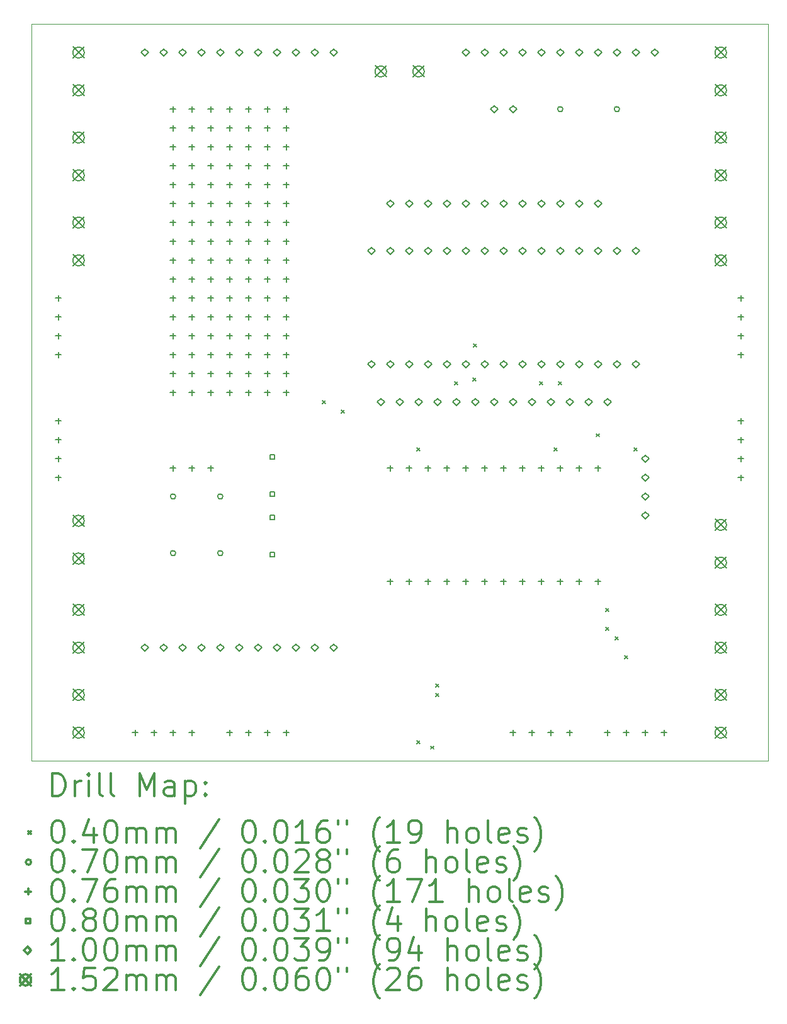
<source format=gbr>
%FSLAX45Y45*%
G04 Gerber Fmt 4.5, Leading zero omitted, Abs format (unit mm)*
G04 Created by KiCad (PCBNEW (5.1.6)-1) date 2020-11-05 12:37:55*
%MOMM*%
%LPD*%
G01*
G04 APERTURE LIST*
%TA.AperFunction,Profile*%
%ADD10C,0.050000*%
%TD*%
%ADD11C,0.200000*%
%ADD12C,0.300000*%
G04 APERTURE END LIST*
D10*
X17780000Y-13716000D02*
X17780000Y-3810000D01*
X27686000Y-13716000D02*
X17780000Y-13716000D01*
X27686000Y-3810000D02*
X27686000Y-13716000D01*
X17780000Y-3810000D02*
X27686000Y-3810000D01*
D11*
X21697000Y-8870000D02*
X21737000Y-8910000D01*
X21737000Y-8870000D02*
X21697000Y-8910000D01*
X21951000Y-8997000D02*
X21991000Y-9037000D01*
X21991000Y-8997000D02*
X21951000Y-9037000D01*
X22967000Y-9505000D02*
X23007000Y-9545000D01*
X23007000Y-9505000D02*
X22967000Y-9545000D01*
X22967000Y-13441202D02*
X23007000Y-13481202D01*
X23007000Y-13441202D02*
X22967000Y-13481202D01*
X23149298Y-13513702D02*
X23189298Y-13553702D01*
X23189298Y-13513702D02*
X23149298Y-13553702D01*
X23221000Y-12680000D02*
X23261000Y-12720000D01*
X23261000Y-12680000D02*
X23221000Y-12720000D01*
X23221000Y-12807000D02*
X23261000Y-12847000D01*
X23261000Y-12807000D02*
X23221000Y-12847000D01*
X23475000Y-8616000D02*
X23515000Y-8656000D01*
X23515000Y-8616000D02*
X23475000Y-8656000D01*
X23716300Y-8565200D02*
X23756300Y-8605200D01*
X23756300Y-8565200D02*
X23716300Y-8605200D01*
X23729000Y-8108000D02*
X23769000Y-8148000D01*
X23769000Y-8108000D02*
X23729000Y-8148000D01*
X24618000Y-8616000D02*
X24658000Y-8656000D01*
X24658000Y-8616000D02*
X24618000Y-8656000D01*
X24808500Y-9505000D02*
X24848500Y-9545000D01*
X24848500Y-9505000D02*
X24808500Y-9545000D01*
X24872000Y-8616000D02*
X24912000Y-8656000D01*
X24912000Y-8616000D02*
X24872000Y-8656000D01*
X25380000Y-9314500D02*
X25420000Y-9354500D01*
X25420000Y-9314500D02*
X25380000Y-9354500D01*
X25507000Y-11664000D02*
X25547000Y-11704000D01*
X25547000Y-11664000D02*
X25507000Y-11704000D01*
X25507000Y-11918000D02*
X25547000Y-11958000D01*
X25547000Y-11918000D02*
X25507000Y-11958000D01*
X25634000Y-12045000D02*
X25674000Y-12085000D01*
X25674000Y-12045000D02*
X25634000Y-12085000D01*
X25761000Y-12299000D02*
X25801000Y-12339000D01*
X25801000Y-12299000D02*
X25761000Y-12339000D01*
X25888000Y-9505000D02*
X25928000Y-9545000D01*
X25928000Y-9505000D02*
X25888000Y-9545000D01*
X24927000Y-4953000D02*
G75*
G03*
X24927000Y-4953000I-35000J0D01*
G01*
X25689000Y-4953000D02*
G75*
G03*
X25689000Y-4953000I-35000J0D01*
G01*
X19720000Y-10160000D02*
G75*
G03*
X19720000Y-10160000I-35000J0D01*
G01*
X19720000Y-10922000D02*
G75*
G03*
X19720000Y-10922000I-35000J0D01*
G01*
X20355000Y-10160000D02*
G75*
G03*
X20355000Y-10160000I-35000J0D01*
G01*
X20355000Y-10922000D02*
G75*
G03*
X20355000Y-10922000I-35000J0D01*
G01*
X27320500Y-7454900D02*
X27320500Y-7531100D01*
X27282400Y-7493000D02*
X27358600Y-7493000D01*
X27320500Y-7708900D02*
X27320500Y-7785100D01*
X27282400Y-7747000D02*
X27358600Y-7747000D01*
X27320500Y-7962900D02*
X27320500Y-8039100D01*
X27282400Y-8001000D02*
X27358600Y-8001000D01*
X27320500Y-8216900D02*
X27320500Y-8293100D01*
X27282400Y-8255000D02*
X27358600Y-8255000D01*
X18145500Y-7454900D02*
X18145500Y-7531100D01*
X18107400Y-7493000D02*
X18183600Y-7493000D01*
X18145500Y-7708900D02*
X18145500Y-7785100D01*
X18107400Y-7747000D02*
X18183600Y-7747000D01*
X18145500Y-7962900D02*
X18145500Y-8039100D01*
X18107400Y-8001000D02*
X18183600Y-8001000D01*
X18145500Y-8216900D02*
X18145500Y-8293100D01*
X18107400Y-8255000D02*
X18183600Y-8255000D01*
X20447000Y-13296900D02*
X20447000Y-13373100D01*
X20408900Y-13335000D02*
X20485100Y-13335000D01*
X20701000Y-13296900D02*
X20701000Y-13373100D01*
X20662900Y-13335000D02*
X20739100Y-13335000D01*
X20955000Y-13296900D02*
X20955000Y-13373100D01*
X20916900Y-13335000D02*
X20993100Y-13335000D01*
X21209000Y-13296900D02*
X21209000Y-13373100D01*
X21170900Y-13335000D02*
X21247100Y-13335000D01*
X25527000Y-13296900D02*
X25527000Y-13373100D01*
X25488900Y-13335000D02*
X25565100Y-13335000D01*
X25781000Y-13296900D02*
X25781000Y-13373100D01*
X25742900Y-13335000D02*
X25819100Y-13335000D01*
X26035000Y-13296900D02*
X26035000Y-13373100D01*
X25996900Y-13335000D02*
X26073100Y-13335000D01*
X26289000Y-13296900D02*
X26289000Y-13373100D01*
X26250900Y-13335000D02*
X26327100Y-13335000D01*
X19685000Y-9740900D02*
X19685000Y-9817100D01*
X19646900Y-9779000D02*
X19723100Y-9779000D01*
X19939000Y-9740900D02*
X19939000Y-9817100D01*
X19900900Y-9779000D02*
X19977100Y-9779000D01*
X20193000Y-9740900D02*
X20193000Y-9817100D01*
X20154900Y-9779000D02*
X20231100Y-9779000D01*
X19685000Y-4914900D02*
X19685000Y-4991100D01*
X19646900Y-4953000D02*
X19723100Y-4953000D01*
X19685000Y-5168900D02*
X19685000Y-5245100D01*
X19646900Y-5207000D02*
X19723100Y-5207000D01*
X19685000Y-5422900D02*
X19685000Y-5499100D01*
X19646900Y-5461000D02*
X19723100Y-5461000D01*
X19685000Y-5676900D02*
X19685000Y-5753100D01*
X19646900Y-5715000D02*
X19723100Y-5715000D01*
X19685000Y-5930900D02*
X19685000Y-6007100D01*
X19646900Y-5969000D02*
X19723100Y-5969000D01*
X19685000Y-6184900D02*
X19685000Y-6261100D01*
X19646900Y-6223000D02*
X19723100Y-6223000D01*
X19685000Y-6438900D02*
X19685000Y-6515100D01*
X19646900Y-6477000D02*
X19723100Y-6477000D01*
X19685000Y-6692900D02*
X19685000Y-6769100D01*
X19646900Y-6731000D02*
X19723100Y-6731000D01*
X19685000Y-6946900D02*
X19685000Y-7023100D01*
X19646900Y-6985000D02*
X19723100Y-6985000D01*
X19685000Y-7200900D02*
X19685000Y-7277100D01*
X19646900Y-7239000D02*
X19723100Y-7239000D01*
X19685000Y-7454900D02*
X19685000Y-7531100D01*
X19646900Y-7493000D02*
X19723100Y-7493000D01*
X19685000Y-7708900D02*
X19685000Y-7785100D01*
X19646900Y-7747000D02*
X19723100Y-7747000D01*
X19685000Y-7962900D02*
X19685000Y-8039100D01*
X19646900Y-8001000D02*
X19723100Y-8001000D01*
X19685000Y-8216900D02*
X19685000Y-8293100D01*
X19646900Y-8255000D02*
X19723100Y-8255000D01*
X19685000Y-8470900D02*
X19685000Y-8547100D01*
X19646900Y-8509000D02*
X19723100Y-8509000D01*
X19685000Y-8724900D02*
X19685000Y-8801100D01*
X19646900Y-8763000D02*
X19723100Y-8763000D01*
X19939000Y-4914900D02*
X19939000Y-4991100D01*
X19900900Y-4953000D02*
X19977100Y-4953000D01*
X19939000Y-5168900D02*
X19939000Y-5245100D01*
X19900900Y-5207000D02*
X19977100Y-5207000D01*
X19939000Y-5422900D02*
X19939000Y-5499100D01*
X19900900Y-5461000D02*
X19977100Y-5461000D01*
X19939000Y-5676900D02*
X19939000Y-5753100D01*
X19900900Y-5715000D02*
X19977100Y-5715000D01*
X19939000Y-5930900D02*
X19939000Y-6007100D01*
X19900900Y-5969000D02*
X19977100Y-5969000D01*
X19939000Y-6184900D02*
X19939000Y-6261100D01*
X19900900Y-6223000D02*
X19977100Y-6223000D01*
X19939000Y-6438900D02*
X19939000Y-6515100D01*
X19900900Y-6477000D02*
X19977100Y-6477000D01*
X19939000Y-6692900D02*
X19939000Y-6769100D01*
X19900900Y-6731000D02*
X19977100Y-6731000D01*
X19939000Y-6946900D02*
X19939000Y-7023100D01*
X19900900Y-6985000D02*
X19977100Y-6985000D01*
X19939000Y-7200900D02*
X19939000Y-7277100D01*
X19900900Y-7239000D02*
X19977100Y-7239000D01*
X19939000Y-7454900D02*
X19939000Y-7531100D01*
X19900900Y-7493000D02*
X19977100Y-7493000D01*
X19939000Y-7708900D02*
X19939000Y-7785100D01*
X19900900Y-7747000D02*
X19977100Y-7747000D01*
X19939000Y-7962900D02*
X19939000Y-8039100D01*
X19900900Y-8001000D02*
X19977100Y-8001000D01*
X19939000Y-8216900D02*
X19939000Y-8293100D01*
X19900900Y-8255000D02*
X19977100Y-8255000D01*
X19939000Y-8470900D02*
X19939000Y-8547100D01*
X19900900Y-8509000D02*
X19977100Y-8509000D01*
X19939000Y-8724900D02*
X19939000Y-8801100D01*
X19900900Y-8763000D02*
X19977100Y-8763000D01*
X20193000Y-4914900D02*
X20193000Y-4991100D01*
X20154900Y-4953000D02*
X20231100Y-4953000D01*
X20193000Y-5168900D02*
X20193000Y-5245100D01*
X20154900Y-5207000D02*
X20231100Y-5207000D01*
X20193000Y-5422900D02*
X20193000Y-5499100D01*
X20154900Y-5461000D02*
X20231100Y-5461000D01*
X20193000Y-5676900D02*
X20193000Y-5753100D01*
X20154900Y-5715000D02*
X20231100Y-5715000D01*
X20193000Y-5930900D02*
X20193000Y-6007100D01*
X20154900Y-5969000D02*
X20231100Y-5969000D01*
X20193000Y-6184900D02*
X20193000Y-6261100D01*
X20154900Y-6223000D02*
X20231100Y-6223000D01*
X20193000Y-6438900D02*
X20193000Y-6515100D01*
X20154900Y-6477000D02*
X20231100Y-6477000D01*
X20193000Y-6692900D02*
X20193000Y-6769100D01*
X20154900Y-6731000D02*
X20231100Y-6731000D01*
X20193000Y-6946900D02*
X20193000Y-7023100D01*
X20154900Y-6985000D02*
X20231100Y-6985000D01*
X20193000Y-7200900D02*
X20193000Y-7277100D01*
X20154900Y-7239000D02*
X20231100Y-7239000D01*
X20193000Y-7454900D02*
X20193000Y-7531100D01*
X20154900Y-7493000D02*
X20231100Y-7493000D01*
X20193000Y-7708900D02*
X20193000Y-7785100D01*
X20154900Y-7747000D02*
X20231100Y-7747000D01*
X20193000Y-7962900D02*
X20193000Y-8039100D01*
X20154900Y-8001000D02*
X20231100Y-8001000D01*
X20193000Y-8216900D02*
X20193000Y-8293100D01*
X20154900Y-8255000D02*
X20231100Y-8255000D01*
X20193000Y-8470900D02*
X20193000Y-8547100D01*
X20154900Y-8509000D02*
X20231100Y-8509000D01*
X20193000Y-8724900D02*
X20193000Y-8801100D01*
X20154900Y-8763000D02*
X20231100Y-8763000D01*
X20447000Y-4914900D02*
X20447000Y-4991100D01*
X20408900Y-4953000D02*
X20485100Y-4953000D01*
X20447000Y-5168900D02*
X20447000Y-5245100D01*
X20408900Y-5207000D02*
X20485100Y-5207000D01*
X20447000Y-5422900D02*
X20447000Y-5499100D01*
X20408900Y-5461000D02*
X20485100Y-5461000D01*
X20447000Y-5676900D02*
X20447000Y-5753100D01*
X20408900Y-5715000D02*
X20485100Y-5715000D01*
X20447000Y-5930900D02*
X20447000Y-6007100D01*
X20408900Y-5969000D02*
X20485100Y-5969000D01*
X20447000Y-6184900D02*
X20447000Y-6261100D01*
X20408900Y-6223000D02*
X20485100Y-6223000D01*
X20447000Y-6438900D02*
X20447000Y-6515100D01*
X20408900Y-6477000D02*
X20485100Y-6477000D01*
X20447000Y-6692900D02*
X20447000Y-6769100D01*
X20408900Y-6731000D02*
X20485100Y-6731000D01*
X20447000Y-6946900D02*
X20447000Y-7023100D01*
X20408900Y-6985000D02*
X20485100Y-6985000D01*
X20447000Y-7200900D02*
X20447000Y-7277100D01*
X20408900Y-7239000D02*
X20485100Y-7239000D01*
X20447000Y-7454900D02*
X20447000Y-7531100D01*
X20408900Y-7493000D02*
X20485100Y-7493000D01*
X20447000Y-7708900D02*
X20447000Y-7785100D01*
X20408900Y-7747000D02*
X20485100Y-7747000D01*
X20447000Y-7962900D02*
X20447000Y-8039100D01*
X20408900Y-8001000D02*
X20485100Y-8001000D01*
X20447000Y-8216900D02*
X20447000Y-8293100D01*
X20408900Y-8255000D02*
X20485100Y-8255000D01*
X20447000Y-8470900D02*
X20447000Y-8547100D01*
X20408900Y-8509000D02*
X20485100Y-8509000D01*
X20447000Y-8724900D02*
X20447000Y-8801100D01*
X20408900Y-8763000D02*
X20485100Y-8763000D01*
X20701000Y-4914900D02*
X20701000Y-4991100D01*
X20662900Y-4953000D02*
X20739100Y-4953000D01*
X20701000Y-5168900D02*
X20701000Y-5245100D01*
X20662900Y-5207000D02*
X20739100Y-5207000D01*
X20701000Y-5422900D02*
X20701000Y-5499100D01*
X20662900Y-5461000D02*
X20739100Y-5461000D01*
X20701000Y-5676900D02*
X20701000Y-5753100D01*
X20662900Y-5715000D02*
X20739100Y-5715000D01*
X20701000Y-5930900D02*
X20701000Y-6007100D01*
X20662900Y-5969000D02*
X20739100Y-5969000D01*
X20701000Y-6184900D02*
X20701000Y-6261100D01*
X20662900Y-6223000D02*
X20739100Y-6223000D01*
X20701000Y-6438900D02*
X20701000Y-6515100D01*
X20662900Y-6477000D02*
X20739100Y-6477000D01*
X20701000Y-6692900D02*
X20701000Y-6769100D01*
X20662900Y-6731000D02*
X20739100Y-6731000D01*
X20701000Y-6946900D02*
X20701000Y-7023100D01*
X20662900Y-6985000D02*
X20739100Y-6985000D01*
X20701000Y-7200900D02*
X20701000Y-7277100D01*
X20662900Y-7239000D02*
X20739100Y-7239000D01*
X20701000Y-7454900D02*
X20701000Y-7531100D01*
X20662900Y-7493000D02*
X20739100Y-7493000D01*
X20701000Y-7708900D02*
X20701000Y-7785100D01*
X20662900Y-7747000D02*
X20739100Y-7747000D01*
X20701000Y-7962900D02*
X20701000Y-8039100D01*
X20662900Y-8001000D02*
X20739100Y-8001000D01*
X20701000Y-8216900D02*
X20701000Y-8293100D01*
X20662900Y-8255000D02*
X20739100Y-8255000D01*
X20701000Y-8470900D02*
X20701000Y-8547100D01*
X20662900Y-8509000D02*
X20739100Y-8509000D01*
X20701000Y-8724900D02*
X20701000Y-8801100D01*
X20662900Y-8763000D02*
X20739100Y-8763000D01*
X20955000Y-4914900D02*
X20955000Y-4991100D01*
X20916900Y-4953000D02*
X20993100Y-4953000D01*
X20955000Y-5168900D02*
X20955000Y-5245100D01*
X20916900Y-5207000D02*
X20993100Y-5207000D01*
X20955000Y-5422900D02*
X20955000Y-5499100D01*
X20916900Y-5461000D02*
X20993100Y-5461000D01*
X20955000Y-5676900D02*
X20955000Y-5753100D01*
X20916900Y-5715000D02*
X20993100Y-5715000D01*
X20955000Y-5930900D02*
X20955000Y-6007100D01*
X20916900Y-5969000D02*
X20993100Y-5969000D01*
X20955000Y-6184900D02*
X20955000Y-6261100D01*
X20916900Y-6223000D02*
X20993100Y-6223000D01*
X20955000Y-6438900D02*
X20955000Y-6515100D01*
X20916900Y-6477000D02*
X20993100Y-6477000D01*
X20955000Y-6692900D02*
X20955000Y-6769100D01*
X20916900Y-6731000D02*
X20993100Y-6731000D01*
X20955000Y-6946900D02*
X20955000Y-7023100D01*
X20916900Y-6985000D02*
X20993100Y-6985000D01*
X20955000Y-7200900D02*
X20955000Y-7277100D01*
X20916900Y-7239000D02*
X20993100Y-7239000D01*
X20955000Y-7454900D02*
X20955000Y-7531100D01*
X20916900Y-7493000D02*
X20993100Y-7493000D01*
X20955000Y-7708900D02*
X20955000Y-7785100D01*
X20916900Y-7747000D02*
X20993100Y-7747000D01*
X20955000Y-7962900D02*
X20955000Y-8039100D01*
X20916900Y-8001000D02*
X20993100Y-8001000D01*
X20955000Y-8216900D02*
X20955000Y-8293100D01*
X20916900Y-8255000D02*
X20993100Y-8255000D01*
X20955000Y-8470900D02*
X20955000Y-8547100D01*
X20916900Y-8509000D02*
X20993100Y-8509000D01*
X20955000Y-8724900D02*
X20955000Y-8801100D01*
X20916900Y-8763000D02*
X20993100Y-8763000D01*
X21209000Y-4914900D02*
X21209000Y-4991100D01*
X21170900Y-4953000D02*
X21247100Y-4953000D01*
X21209000Y-5168900D02*
X21209000Y-5245100D01*
X21170900Y-5207000D02*
X21247100Y-5207000D01*
X21209000Y-5422900D02*
X21209000Y-5499100D01*
X21170900Y-5461000D02*
X21247100Y-5461000D01*
X21209000Y-5676900D02*
X21209000Y-5753100D01*
X21170900Y-5715000D02*
X21247100Y-5715000D01*
X21209000Y-5930900D02*
X21209000Y-6007100D01*
X21170900Y-5969000D02*
X21247100Y-5969000D01*
X21209000Y-6184900D02*
X21209000Y-6261100D01*
X21170900Y-6223000D02*
X21247100Y-6223000D01*
X21209000Y-6438900D02*
X21209000Y-6515100D01*
X21170900Y-6477000D02*
X21247100Y-6477000D01*
X21209000Y-6692900D02*
X21209000Y-6769100D01*
X21170900Y-6731000D02*
X21247100Y-6731000D01*
X21209000Y-6946900D02*
X21209000Y-7023100D01*
X21170900Y-6985000D02*
X21247100Y-6985000D01*
X21209000Y-7200900D02*
X21209000Y-7277100D01*
X21170900Y-7239000D02*
X21247100Y-7239000D01*
X21209000Y-7454900D02*
X21209000Y-7531100D01*
X21170900Y-7493000D02*
X21247100Y-7493000D01*
X21209000Y-7708900D02*
X21209000Y-7785100D01*
X21170900Y-7747000D02*
X21247100Y-7747000D01*
X21209000Y-7962900D02*
X21209000Y-8039100D01*
X21170900Y-8001000D02*
X21247100Y-8001000D01*
X21209000Y-8216900D02*
X21209000Y-8293100D01*
X21170900Y-8255000D02*
X21247100Y-8255000D01*
X21209000Y-8470900D02*
X21209000Y-8547100D01*
X21170900Y-8509000D02*
X21247100Y-8509000D01*
X21209000Y-8724900D02*
X21209000Y-8801100D01*
X21170900Y-8763000D02*
X21247100Y-8763000D01*
X22606000Y-9740900D02*
X22606000Y-9817100D01*
X22567900Y-9779000D02*
X22644100Y-9779000D01*
X22606000Y-11264900D02*
X22606000Y-11341100D01*
X22567900Y-11303000D02*
X22644100Y-11303000D01*
X22860000Y-9740900D02*
X22860000Y-9817100D01*
X22821900Y-9779000D02*
X22898100Y-9779000D01*
X22860000Y-11264900D02*
X22860000Y-11341100D01*
X22821900Y-11303000D02*
X22898100Y-11303000D01*
X23114000Y-9740900D02*
X23114000Y-9817100D01*
X23075900Y-9779000D02*
X23152100Y-9779000D01*
X23114000Y-11264900D02*
X23114000Y-11341100D01*
X23075900Y-11303000D02*
X23152100Y-11303000D01*
X23368000Y-9740900D02*
X23368000Y-9817100D01*
X23329900Y-9779000D02*
X23406100Y-9779000D01*
X23368000Y-11264900D02*
X23368000Y-11341100D01*
X23329900Y-11303000D02*
X23406100Y-11303000D01*
X23622000Y-9740900D02*
X23622000Y-9817100D01*
X23583900Y-9779000D02*
X23660100Y-9779000D01*
X23622000Y-11264900D02*
X23622000Y-11341100D01*
X23583900Y-11303000D02*
X23660100Y-11303000D01*
X23876000Y-9740900D02*
X23876000Y-9817100D01*
X23837900Y-9779000D02*
X23914100Y-9779000D01*
X23876000Y-11264900D02*
X23876000Y-11341100D01*
X23837900Y-11303000D02*
X23914100Y-11303000D01*
X24130000Y-9740900D02*
X24130000Y-9817100D01*
X24091900Y-9779000D02*
X24168100Y-9779000D01*
X24130000Y-11264900D02*
X24130000Y-11341100D01*
X24091900Y-11303000D02*
X24168100Y-11303000D01*
X24384000Y-9740900D02*
X24384000Y-9817100D01*
X24345900Y-9779000D02*
X24422100Y-9779000D01*
X24384000Y-11264900D02*
X24384000Y-11341100D01*
X24345900Y-11303000D02*
X24422100Y-11303000D01*
X24638000Y-9740900D02*
X24638000Y-9817100D01*
X24599900Y-9779000D02*
X24676100Y-9779000D01*
X24638000Y-11264900D02*
X24638000Y-11341100D01*
X24599900Y-11303000D02*
X24676100Y-11303000D01*
X24892000Y-9740900D02*
X24892000Y-9817100D01*
X24853900Y-9779000D02*
X24930100Y-9779000D01*
X24892000Y-11264900D02*
X24892000Y-11341100D01*
X24853900Y-11303000D02*
X24930100Y-11303000D01*
X25146000Y-9740900D02*
X25146000Y-9817100D01*
X25107900Y-9779000D02*
X25184100Y-9779000D01*
X25146000Y-11264900D02*
X25146000Y-11341100D01*
X25107900Y-11303000D02*
X25184100Y-11303000D01*
X25400000Y-9740900D02*
X25400000Y-9817100D01*
X25361900Y-9779000D02*
X25438100Y-9779000D01*
X25400000Y-11264900D02*
X25400000Y-11341100D01*
X25361900Y-11303000D02*
X25438100Y-11303000D01*
X19177000Y-13296900D02*
X19177000Y-13373100D01*
X19138900Y-13335000D02*
X19215100Y-13335000D01*
X19431000Y-13296900D02*
X19431000Y-13373100D01*
X19392900Y-13335000D02*
X19469100Y-13335000D01*
X19685000Y-13296900D02*
X19685000Y-13373100D01*
X19646900Y-13335000D02*
X19723100Y-13335000D01*
X19939000Y-13296900D02*
X19939000Y-13373100D01*
X19900900Y-13335000D02*
X19977100Y-13335000D01*
X27320500Y-9105900D02*
X27320500Y-9182100D01*
X27282400Y-9144000D02*
X27358600Y-9144000D01*
X27320500Y-9359900D02*
X27320500Y-9436100D01*
X27282400Y-9398000D02*
X27358600Y-9398000D01*
X27320500Y-9613900D02*
X27320500Y-9690100D01*
X27282400Y-9652000D02*
X27358600Y-9652000D01*
X27320500Y-9867900D02*
X27320500Y-9944100D01*
X27282400Y-9906000D02*
X27358600Y-9906000D01*
X18145500Y-9105900D02*
X18145500Y-9182100D01*
X18107400Y-9144000D02*
X18183600Y-9144000D01*
X18145500Y-9359900D02*
X18145500Y-9436100D01*
X18107400Y-9398000D02*
X18183600Y-9398000D01*
X18145500Y-9613900D02*
X18145500Y-9690100D01*
X18107400Y-9652000D02*
X18183600Y-9652000D01*
X18145500Y-9867900D02*
X18145500Y-9944100D01*
X18107400Y-9906000D02*
X18183600Y-9906000D01*
X24257000Y-13296900D02*
X24257000Y-13373100D01*
X24218900Y-13335000D02*
X24295100Y-13335000D01*
X24511000Y-13296900D02*
X24511000Y-13373100D01*
X24472900Y-13335000D02*
X24549100Y-13335000D01*
X24765000Y-13296900D02*
X24765000Y-13373100D01*
X24726900Y-13335000D02*
X24803100Y-13335000D01*
X25019000Y-13296900D02*
X25019000Y-13373100D01*
X24980900Y-13335000D02*
X25057100Y-13335000D01*
X21050785Y-10469784D02*
X21050785Y-10413215D01*
X20994216Y-10413215D01*
X20994216Y-10469784D01*
X21050785Y-10469784D01*
X21050785Y-10969784D02*
X21050785Y-10913215D01*
X20994216Y-10913215D01*
X20994216Y-10969784D01*
X21050785Y-10969784D01*
X21050785Y-9654784D02*
X21050785Y-9598215D01*
X20994216Y-9598215D01*
X20994216Y-9654784D01*
X21050785Y-9654784D01*
X21050785Y-10154784D02*
X21050785Y-10098215D01*
X20994216Y-10098215D01*
X20994216Y-10154784D01*
X21050785Y-10154784D01*
X22352000Y-6908000D02*
X22402000Y-6858000D01*
X22352000Y-6808000D01*
X22302000Y-6858000D01*
X22352000Y-6908000D01*
X22352000Y-8432000D02*
X22402000Y-8382000D01*
X22352000Y-8332000D01*
X22302000Y-8382000D01*
X22352000Y-8432000D01*
X22606000Y-6908000D02*
X22656000Y-6858000D01*
X22606000Y-6808000D01*
X22556000Y-6858000D01*
X22606000Y-6908000D01*
X22606000Y-8432000D02*
X22656000Y-8382000D01*
X22606000Y-8332000D01*
X22556000Y-8382000D01*
X22606000Y-8432000D01*
X22860000Y-6908000D02*
X22910000Y-6858000D01*
X22860000Y-6808000D01*
X22810000Y-6858000D01*
X22860000Y-6908000D01*
X22860000Y-8432000D02*
X22910000Y-8382000D01*
X22860000Y-8332000D01*
X22810000Y-8382000D01*
X22860000Y-8432000D01*
X23114000Y-6908000D02*
X23164000Y-6858000D01*
X23114000Y-6808000D01*
X23064000Y-6858000D01*
X23114000Y-6908000D01*
X23114000Y-8432000D02*
X23164000Y-8382000D01*
X23114000Y-8332000D01*
X23064000Y-8382000D01*
X23114000Y-8432000D01*
X23368000Y-6908000D02*
X23418000Y-6858000D01*
X23368000Y-6808000D01*
X23318000Y-6858000D01*
X23368000Y-6908000D01*
X23368000Y-8432000D02*
X23418000Y-8382000D01*
X23368000Y-8332000D01*
X23318000Y-8382000D01*
X23368000Y-8432000D01*
X23622000Y-6908000D02*
X23672000Y-6858000D01*
X23622000Y-6808000D01*
X23572000Y-6858000D01*
X23622000Y-6908000D01*
X23622000Y-8432000D02*
X23672000Y-8382000D01*
X23622000Y-8332000D01*
X23572000Y-8382000D01*
X23622000Y-8432000D01*
X23876000Y-6908000D02*
X23926000Y-6858000D01*
X23876000Y-6808000D01*
X23826000Y-6858000D01*
X23876000Y-6908000D01*
X23876000Y-8432000D02*
X23926000Y-8382000D01*
X23876000Y-8332000D01*
X23826000Y-8382000D01*
X23876000Y-8432000D01*
X24130000Y-6908000D02*
X24180000Y-6858000D01*
X24130000Y-6808000D01*
X24080000Y-6858000D01*
X24130000Y-6908000D01*
X24130000Y-8432000D02*
X24180000Y-8382000D01*
X24130000Y-8332000D01*
X24080000Y-8382000D01*
X24130000Y-8432000D01*
X24384000Y-6908000D02*
X24434000Y-6858000D01*
X24384000Y-6808000D01*
X24334000Y-6858000D01*
X24384000Y-6908000D01*
X24384000Y-8432000D02*
X24434000Y-8382000D01*
X24384000Y-8332000D01*
X24334000Y-8382000D01*
X24384000Y-8432000D01*
X24638000Y-6908000D02*
X24688000Y-6858000D01*
X24638000Y-6808000D01*
X24588000Y-6858000D01*
X24638000Y-6908000D01*
X24638000Y-8432000D02*
X24688000Y-8382000D01*
X24638000Y-8332000D01*
X24588000Y-8382000D01*
X24638000Y-8432000D01*
X24892000Y-6908000D02*
X24942000Y-6858000D01*
X24892000Y-6808000D01*
X24842000Y-6858000D01*
X24892000Y-6908000D01*
X24892000Y-8432000D02*
X24942000Y-8382000D01*
X24892000Y-8332000D01*
X24842000Y-8382000D01*
X24892000Y-8432000D01*
X25146000Y-6908000D02*
X25196000Y-6858000D01*
X25146000Y-6808000D01*
X25096000Y-6858000D01*
X25146000Y-6908000D01*
X25146000Y-8432000D02*
X25196000Y-8382000D01*
X25146000Y-8332000D01*
X25096000Y-8382000D01*
X25146000Y-8432000D01*
X25400000Y-6908000D02*
X25450000Y-6858000D01*
X25400000Y-6808000D01*
X25350000Y-6858000D01*
X25400000Y-6908000D01*
X25400000Y-8432000D02*
X25450000Y-8382000D01*
X25400000Y-8332000D01*
X25350000Y-8382000D01*
X25400000Y-8432000D01*
X25654000Y-6908000D02*
X25704000Y-6858000D01*
X25654000Y-6808000D01*
X25604000Y-6858000D01*
X25654000Y-6908000D01*
X25654000Y-8432000D02*
X25704000Y-8382000D01*
X25654000Y-8332000D01*
X25604000Y-8382000D01*
X25654000Y-8432000D01*
X25908000Y-6908000D02*
X25958000Y-6858000D01*
X25908000Y-6808000D01*
X25858000Y-6858000D01*
X25908000Y-6908000D01*
X25908000Y-8432000D02*
X25958000Y-8382000D01*
X25908000Y-8332000D01*
X25858000Y-8382000D01*
X25908000Y-8432000D01*
X23622000Y-4241000D02*
X23672000Y-4191000D01*
X23622000Y-4141000D01*
X23572000Y-4191000D01*
X23622000Y-4241000D01*
X23876000Y-4241000D02*
X23926000Y-4191000D01*
X23876000Y-4141000D01*
X23826000Y-4191000D01*
X23876000Y-4241000D01*
X24130000Y-4241000D02*
X24180000Y-4191000D01*
X24130000Y-4141000D01*
X24080000Y-4191000D01*
X24130000Y-4241000D01*
X24384000Y-4241000D02*
X24434000Y-4191000D01*
X24384000Y-4141000D01*
X24334000Y-4191000D01*
X24384000Y-4241000D01*
X24638000Y-4241000D02*
X24688000Y-4191000D01*
X24638000Y-4141000D01*
X24588000Y-4191000D01*
X24638000Y-4241000D01*
X24892000Y-4241000D02*
X24942000Y-4191000D01*
X24892000Y-4141000D01*
X24842000Y-4191000D01*
X24892000Y-4241000D01*
X25146000Y-4241000D02*
X25196000Y-4191000D01*
X25146000Y-4141000D01*
X25096000Y-4191000D01*
X25146000Y-4241000D01*
X25400000Y-4241000D02*
X25450000Y-4191000D01*
X25400000Y-4141000D01*
X25350000Y-4191000D01*
X25400000Y-4241000D01*
X25654000Y-4241000D02*
X25704000Y-4191000D01*
X25654000Y-4141000D01*
X25604000Y-4191000D01*
X25654000Y-4241000D01*
X25908000Y-4241000D02*
X25958000Y-4191000D01*
X25908000Y-4141000D01*
X25858000Y-4191000D01*
X25908000Y-4241000D01*
X26162000Y-4241000D02*
X26212000Y-4191000D01*
X26162000Y-4141000D01*
X26112000Y-4191000D01*
X26162000Y-4241000D01*
X26035000Y-9702000D02*
X26085000Y-9652000D01*
X26035000Y-9602000D01*
X25985000Y-9652000D01*
X26035000Y-9702000D01*
X26035000Y-9956000D02*
X26085000Y-9906000D01*
X26035000Y-9856000D01*
X25985000Y-9906000D01*
X26035000Y-9956000D01*
X26035000Y-10210000D02*
X26085000Y-10160000D01*
X26035000Y-10110000D01*
X25985000Y-10160000D01*
X26035000Y-10210000D01*
X26035000Y-10464000D02*
X26085000Y-10414000D01*
X26035000Y-10364000D01*
X25985000Y-10414000D01*
X26035000Y-10464000D01*
X19304000Y-12242000D02*
X19354000Y-12192000D01*
X19304000Y-12142000D01*
X19254000Y-12192000D01*
X19304000Y-12242000D01*
X19558000Y-12242000D02*
X19608000Y-12192000D01*
X19558000Y-12142000D01*
X19508000Y-12192000D01*
X19558000Y-12242000D01*
X19812000Y-12242000D02*
X19862000Y-12192000D01*
X19812000Y-12142000D01*
X19762000Y-12192000D01*
X19812000Y-12242000D01*
X20066000Y-12242000D02*
X20116000Y-12192000D01*
X20066000Y-12142000D01*
X20016000Y-12192000D01*
X20066000Y-12242000D01*
X20320000Y-12242000D02*
X20370000Y-12192000D01*
X20320000Y-12142000D01*
X20270000Y-12192000D01*
X20320000Y-12242000D01*
X20574000Y-12242000D02*
X20624000Y-12192000D01*
X20574000Y-12142000D01*
X20524000Y-12192000D01*
X20574000Y-12242000D01*
X20828000Y-12242000D02*
X20878000Y-12192000D01*
X20828000Y-12142000D01*
X20778000Y-12192000D01*
X20828000Y-12242000D01*
X21082000Y-12242000D02*
X21132000Y-12192000D01*
X21082000Y-12142000D01*
X21032000Y-12192000D01*
X21082000Y-12242000D01*
X21336000Y-12242000D02*
X21386000Y-12192000D01*
X21336000Y-12142000D01*
X21286000Y-12192000D01*
X21336000Y-12242000D01*
X21590000Y-12242000D02*
X21640000Y-12192000D01*
X21590000Y-12142000D01*
X21540000Y-12192000D01*
X21590000Y-12242000D01*
X21844000Y-12242000D02*
X21894000Y-12192000D01*
X21844000Y-12142000D01*
X21794000Y-12192000D01*
X21844000Y-12242000D01*
X24003000Y-5003000D02*
X24053000Y-4953000D01*
X24003000Y-4903000D01*
X23953000Y-4953000D01*
X24003000Y-5003000D01*
X24257000Y-5003000D02*
X24307000Y-4953000D01*
X24257000Y-4903000D01*
X24207000Y-4953000D01*
X24257000Y-5003000D01*
X19304000Y-4241000D02*
X19354000Y-4191000D01*
X19304000Y-4141000D01*
X19254000Y-4191000D01*
X19304000Y-4241000D01*
X19558000Y-4241000D02*
X19608000Y-4191000D01*
X19558000Y-4141000D01*
X19508000Y-4191000D01*
X19558000Y-4241000D01*
X19812000Y-4241000D02*
X19862000Y-4191000D01*
X19812000Y-4141000D01*
X19762000Y-4191000D01*
X19812000Y-4241000D01*
X20066000Y-4241000D02*
X20116000Y-4191000D01*
X20066000Y-4141000D01*
X20016000Y-4191000D01*
X20066000Y-4241000D01*
X20320000Y-4241000D02*
X20370000Y-4191000D01*
X20320000Y-4141000D01*
X20270000Y-4191000D01*
X20320000Y-4241000D01*
X20574000Y-4241000D02*
X20624000Y-4191000D01*
X20574000Y-4141000D01*
X20524000Y-4191000D01*
X20574000Y-4241000D01*
X20828000Y-4241000D02*
X20878000Y-4191000D01*
X20828000Y-4141000D01*
X20778000Y-4191000D01*
X20828000Y-4241000D01*
X21082000Y-4241000D02*
X21132000Y-4191000D01*
X21082000Y-4141000D01*
X21032000Y-4191000D01*
X21082000Y-4241000D01*
X21336000Y-4241000D02*
X21386000Y-4191000D01*
X21336000Y-4141000D01*
X21286000Y-4191000D01*
X21336000Y-4241000D01*
X21590000Y-4241000D02*
X21640000Y-4191000D01*
X21590000Y-4141000D01*
X21540000Y-4191000D01*
X21590000Y-4241000D01*
X21844000Y-4241000D02*
X21894000Y-4191000D01*
X21844000Y-4141000D01*
X21794000Y-4191000D01*
X21844000Y-4241000D01*
X22479000Y-8940000D02*
X22529000Y-8890000D01*
X22479000Y-8840000D01*
X22429000Y-8890000D01*
X22479000Y-8940000D01*
X22733000Y-8940000D02*
X22783000Y-8890000D01*
X22733000Y-8840000D01*
X22683000Y-8890000D01*
X22733000Y-8940000D01*
X22987000Y-8940000D02*
X23037000Y-8890000D01*
X22987000Y-8840000D01*
X22937000Y-8890000D01*
X22987000Y-8940000D01*
X23241000Y-8940000D02*
X23291000Y-8890000D01*
X23241000Y-8840000D01*
X23191000Y-8890000D01*
X23241000Y-8940000D01*
X23495000Y-8940000D02*
X23545000Y-8890000D01*
X23495000Y-8840000D01*
X23445000Y-8890000D01*
X23495000Y-8940000D01*
X23749000Y-8940000D02*
X23799000Y-8890000D01*
X23749000Y-8840000D01*
X23699000Y-8890000D01*
X23749000Y-8940000D01*
X24003000Y-8940000D02*
X24053000Y-8890000D01*
X24003000Y-8840000D01*
X23953000Y-8890000D01*
X24003000Y-8940000D01*
X24257000Y-8940000D02*
X24307000Y-8890000D01*
X24257000Y-8840000D01*
X24207000Y-8890000D01*
X24257000Y-8940000D01*
X24511000Y-8940000D02*
X24561000Y-8890000D01*
X24511000Y-8840000D01*
X24461000Y-8890000D01*
X24511000Y-8940000D01*
X24765000Y-8940000D02*
X24815000Y-8890000D01*
X24765000Y-8840000D01*
X24715000Y-8890000D01*
X24765000Y-8940000D01*
X25019000Y-8940000D02*
X25069000Y-8890000D01*
X25019000Y-8840000D01*
X24969000Y-8890000D01*
X25019000Y-8940000D01*
X25273000Y-8940000D02*
X25323000Y-8890000D01*
X25273000Y-8840000D01*
X25223000Y-8890000D01*
X25273000Y-8940000D01*
X25527000Y-8940000D02*
X25577000Y-8890000D01*
X25527000Y-8840000D01*
X25477000Y-8890000D01*
X25527000Y-8940000D01*
X22606000Y-6273000D02*
X22656000Y-6223000D01*
X22606000Y-6173000D01*
X22556000Y-6223000D01*
X22606000Y-6273000D01*
X22860000Y-6273000D02*
X22910000Y-6223000D01*
X22860000Y-6173000D01*
X22810000Y-6223000D01*
X22860000Y-6273000D01*
X23114000Y-6273000D02*
X23164000Y-6223000D01*
X23114000Y-6173000D01*
X23064000Y-6223000D01*
X23114000Y-6273000D01*
X23368000Y-6273000D02*
X23418000Y-6223000D01*
X23368000Y-6173000D01*
X23318000Y-6223000D01*
X23368000Y-6273000D01*
X23622000Y-6273000D02*
X23672000Y-6223000D01*
X23622000Y-6173000D01*
X23572000Y-6223000D01*
X23622000Y-6273000D01*
X23876000Y-6273000D02*
X23926000Y-6223000D01*
X23876000Y-6173000D01*
X23826000Y-6223000D01*
X23876000Y-6273000D01*
X24130000Y-6273000D02*
X24180000Y-6223000D01*
X24130000Y-6173000D01*
X24080000Y-6223000D01*
X24130000Y-6273000D01*
X24384000Y-6273000D02*
X24434000Y-6223000D01*
X24384000Y-6173000D01*
X24334000Y-6223000D01*
X24384000Y-6273000D01*
X24638000Y-6273000D02*
X24688000Y-6223000D01*
X24638000Y-6173000D01*
X24588000Y-6223000D01*
X24638000Y-6273000D01*
X24892000Y-6273000D02*
X24942000Y-6223000D01*
X24892000Y-6173000D01*
X24842000Y-6223000D01*
X24892000Y-6273000D01*
X25146000Y-6273000D02*
X25196000Y-6223000D01*
X25146000Y-6173000D01*
X25096000Y-6223000D01*
X25146000Y-6273000D01*
X25400000Y-6273000D02*
X25450000Y-6223000D01*
X25400000Y-6173000D01*
X25350000Y-6223000D01*
X25400000Y-6273000D01*
X18339000Y-4115000D02*
X18491000Y-4267000D01*
X18491000Y-4115000D02*
X18339000Y-4267000D01*
X18491000Y-4191000D02*
G75*
G03*
X18491000Y-4191000I-76000J0D01*
G01*
X18339000Y-4623000D02*
X18491000Y-4775000D01*
X18491000Y-4623000D02*
X18339000Y-4775000D01*
X18491000Y-4699000D02*
G75*
G03*
X18491000Y-4699000I-76000J0D01*
G01*
X18339000Y-6401000D02*
X18491000Y-6553000D01*
X18491000Y-6401000D02*
X18339000Y-6553000D01*
X18491000Y-6477000D02*
G75*
G03*
X18491000Y-6477000I-76000J0D01*
G01*
X18339000Y-6909000D02*
X18491000Y-7061000D01*
X18491000Y-6909000D02*
X18339000Y-7061000D01*
X18491000Y-6985000D02*
G75*
G03*
X18491000Y-6985000I-76000J0D01*
G01*
X26975000Y-5258000D02*
X27127000Y-5410000D01*
X27127000Y-5258000D02*
X26975000Y-5410000D01*
X27127000Y-5334000D02*
G75*
G03*
X27127000Y-5334000I-76000J0D01*
G01*
X26975000Y-5766000D02*
X27127000Y-5918000D01*
X27127000Y-5766000D02*
X26975000Y-5918000D01*
X27127000Y-5842000D02*
G75*
G03*
X27127000Y-5842000I-76000J0D01*
G01*
X26975000Y-12751000D02*
X27127000Y-12903000D01*
X27127000Y-12751000D02*
X26975000Y-12903000D01*
X27127000Y-12827000D02*
G75*
G03*
X27127000Y-12827000I-76000J0D01*
G01*
X26975000Y-13259000D02*
X27127000Y-13411000D01*
X27127000Y-13259000D02*
X26975000Y-13411000D01*
X27127000Y-13335000D02*
G75*
G03*
X27127000Y-13335000I-76000J0D01*
G01*
X18339000Y-11608000D02*
X18491000Y-11760000D01*
X18491000Y-11608000D02*
X18339000Y-11760000D01*
X18491000Y-11684000D02*
G75*
G03*
X18491000Y-11684000I-76000J0D01*
G01*
X18339000Y-12116000D02*
X18491000Y-12268000D01*
X18491000Y-12116000D02*
X18339000Y-12268000D01*
X18491000Y-12192000D02*
G75*
G03*
X18491000Y-12192000I-76000J0D01*
G01*
X26975000Y-4115000D02*
X27127000Y-4267000D01*
X27127000Y-4115000D02*
X26975000Y-4267000D01*
X27127000Y-4191000D02*
G75*
G03*
X27127000Y-4191000I-76000J0D01*
G01*
X26975000Y-4623000D02*
X27127000Y-4775000D01*
X27127000Y-4623000D02*
X26975000Y-4775000D01*
X27127000Y-4699000D02*
G75*
G03*
X27127000Y-4699000I-76000J0D01*
G01*
X18339000Y-10409500D02*
X18491000Y-10561500D01*
X18491000Y-10409500D02*
X18339000Y-10561500D01*
X18491000Y-10485500D02*
G75*
G03*
X18491000Y-10485500I-76000J0D01*
G01*
X18339000Y-10917500D02*
X18491000Y-11069500D01*
X18491000Y-10917500D02*
X18339000Y-11069500D01*
X18491000Y-10993500D02*
G75*
G03*
X18491000Y-10993500I-76000J0D01*
G01*
X26975000Y-10465000D02*
X27127000Y-10617000D01*
X27127000Y-10465000D02*
X26975000Y-10617000D01*
X27127000Y-10541000D02*
G75*
G03*
X27127000Y-10541000I-76000J0D01*
G01*
X26975000Y-10973000D02*
X27127000Y-11125000D01*
X27127000Y-10973000D02*
X26975000Y-11125000D01*
X27127000Y-11049000D02*
G75*
G03*
X27127000Y-11049000I-76000J0D01*
G01*
X26975000Y-6401000D02*
X27127000Y-6553000D01*
X27127000Y-6401000D02*
X26975000Y-6553000D01*
X27127000Y-6477000D02*
G75*
G03*
X27127000Y-6477000I-76000J0D01*
G01*
X26975000Y-6909000D02*
X27127000Y-7061000D01*
X27127000Y-6909000D02*
X26975000Y-7061000D01*
X27127000Y-6985000D02*
G75*
G03*
X27127000Y-6985000I-76000J0D01*
G01*
X18339000Y-5258000D02*
X18491000Y-5410000D01*
X18491000Y-5258000D02*
X18339000Y-5410000D01*
X18491000Y-5334000D02*
G75*
G03*
X18491000Y-5334000I-76000J0D01*
G01*
X18339000Y-5766000D02*
X18491000Y-5918000D01*
X18491000Y-5766000D02*
X18339000Y-5918000D01*
X18491000Y-5842000D02*
G75*
G03*
X18491000Y-5842000I-76000J0D01*
G01*
X18339000Y-12751000D02*
X18491000Y-12903000D01*
X18491000Y-12751000D02*
X18339000Y-12903000D01*
X18491000Y-12827000D02*
G75*
G03*
X18491000Y-12827000I-76000J0D01*
G01*
X18339000Y-13259000D02*
X18491000Y-13411000D01*
X18491000Y-13259000D02*
X18339000Y-13411000D01*
X18491000Y-13335000D02*
G75*
G03*
X18491000Y-13335000I-76000J0D01*
G01*
X22403000Y-4369000D02*
X22555000Y-4521000D01*
X22555000Y-4369000D02*
X22403000Y-4521000D01*
X22555000Y-4445000D02*
G75*
G03*
X22555000Y-4445000I-76000J0D01*
G01*
X22911000Y-4369000D02*
X23063000Y-4521000D01*
X23063000Y-4369000D02*
X22911000Y-4521000D01*
X23063000Y-4445000D02*
G75*
G03*
X23063000Y-4445000I-76000J0D01*
G01*
X26975000Y-11608000D02*
X27127000Y-11760000D01*
X27127000Y-11608000D02*
X26975000Y-11760000D01*
X27127000Y-11684000D02*
G75*
G03*
X27127000Y-11684000I-76000J0D01*
G01*
X26975000Y-12116000D02*
X27127000Y-12268000D01*
X27127000Y-12116000D02*
X26975000Y-12268000D01*
X27127000Y-12192000D02*
G75*
G03*
X27127000Y-12192000I-76000J0D01*
G01*
D12*
X18063928Y-14184214D02*
X18063928Y-13884214D01*
X18135357Y-13884214D01*
X18178214Y-13898500D01*
X18206786Y-13927071D01*
X18221071Y-13955643D01*
X18235357Y-14012786D01*
X18235357Y-14055643D01*
X18221071Y-14112786D01*
X18206786Y-14141357D01*
X18178214Y-14169929D01*
X18135357Y-14184214D01*
X18063928Y-14184214D01*
X18363928Y-14184214D02*
X18363928Y-13984214D01*
X18363928Y-14041357D02*
X18378214Y-14012786D01*
X18392500Y-13998500D01*
X18421071Y-13984214D01*
X18449643Y-13984214D01*
X18549643Y-14184214D02*
X18549643Y-13984214D01*
X18549643Y-13884214D02*
X18535357Y-13898500D01*
X18549643Y-13912786D01*
X18563928Y-13898500D01*
X18549643Y-13884214D01*
X18549643Y-13912786D01*
X18735357Y-14184214D02*
X18706786Y-14169929D01*
X18692500Y-14141357D01*
X18692500Y-13884214D01*
X18892500Y-14184214D02*
X18863928Y-14169929D01*
X18849643Y-14141357D01*
X18849643Y-13884214D01*
X19235357Y-14184214D02*
X19235357Y-13884214D01*
X19335357Y-14098500D01*
X19435357Y-13884214D01*
X19435357Y-14184214D01*
X19706786Y-14184214D02*
X19706786Y-14027071D01*
X19692500Y-13998500D01*
X19663928Y-13984214D01*
X19606786Y-13984214D01*
X19578214Y-13998500D01*
X19706786Y-14169929D02*
X19678214Y-14184214D01*
X19606786Y-14184214D01*
X19578214Y-14169929D01*
X19563928Y-14141357D01*
X19563928Y-14112786D01*
X19578214Y-14084214D01*
X19606786Y-14069929D01*
X19678214Y-14069929D01*
X19706786Y-14055643D01*
X19849643Y-13984214D02*
X19849643Y-14284214D01*
X19849643Y-13998500D02*
X19878214Y-13984214D01*
X19935357Y-13984214D01*
X19963928Y-13998500D01*
X19978214Y-14012786D01*
X19992500Y-14041357D01*
X19992500Y-14127071D01*
X19978214Y-14155643D01*
X19963928Y-14169929D01*
X19935357Y-14184214D01*
X19878214Y-14184214D01*
X19849643Y-14169929D01*
X20121071Y-14155643D02*
X20135357Y-14169929D01*
X20121071Y-14184214D01*
X20106786Y-14169929D01*
X20121071Y-14155643D01*
X20121071Y-14184214D01*
X20121071Y-13998500D02*
X20135357Y-14012786D01*
X20121071Y-14027071D01*
X20106786Y-14012786D01*
X20121071Y-13998500D01*
X20121071Y-14027071D01*
X17737500Y-14658500D02*
X17777500Y-14698500D01*
X17777500Y-14658500D02*
X17737500Y-14698500D01*
X18121071Y-14514214D02*
X18149643Y-14514214D01*
X18178214Y-14528500D01*
X18192500Y-14542786D01*
X18206786Y-14571357D01*
X18221071Y-14628500D01*
X18221071Y-14699929D01*
X18206786Y-14757071D01*
X18192500Y-14785643D01*
X18178214Y-14799929D01*
X18149643Y-14814214D01*
X18121071Y-14814214D01*
X18092500Y-14799929D01*
X18078214Y-14785643D01*
X18063928Y-14757071D01*
X18049643Y-14699929D01*
X18049643Y-14628500D01*
X18063928Y-14571357D01*
X18078214Y-14542786D01*
X18092500Y-14528500D01*
X18121071Y-14514214D01*
X18349643Y-14785643D02*
X18363928Y-14799929D01*
X18349643Y-14814214D01*
X18335357Y-14799929D01*
X18349643Y-14785643D01*
X18349643Y-14814214D01*
X18621071Y-14614214D02*
X18621071Y-14814214D01*
X18549643Y-14499929D02*
X18478214Y-14714214D01*
X18663928Y-14714214D01*
X18835357Y-14514214D02*
X18863928Y-14514214D01*
X18892500Y-14528500D01*
X18906786Y-14542786D01*
X18921071Y-14571357D01*
X18935357Y-14628500D01*
X18935357Y-14699929D01*
X18921071Y-14757071D01*
X18906786Y-14785643D01*
X18892500Y-14799929D01*
X18863928Y-14814214D01*
X18835357Y-14814214D01*
X18806786Y-14799929D01*
X18792500Y-14785643D01*
X18778214Y-14757071D01*
X18763928Y-14699929D01*
X18763928Y-14628500D01*
X18778214Y-14571357D01*
X18792500Y-14542786D01*
X18806786Y-14528500D01*
X18835357Y-14514214D01*
X19063928Y-14814214D02*
X19063928Y-14614214D01*
X19063928Y-14642786D02*
X19078214Y-14628500D01*
X19106786Y-14614214D01*
X19149643Y-14614214D01*
X19178214Y-14628500D01*
X19192500Y-14657071D01*
X19192500Y-14814214D01*
X19192500Y-14657071D02*
X19206786Y-14628500D01*
X19235357Y-14614214D01*
X19278214Y-14614214D01*
X19306786Y-14628500D01*
X19321071Y-14657071D01*
X19321071Y-14814214D01*
X19463928Y-14814214D02*
X19463928Y-14614214D01*
X19463928Y-14642786D02*
X19478214Y-14628500D01*
X19506786Y-14614214D01*
X19549643Y-14614214D01*
X19578214Y-14628500D01*
X19592500Y-14657071D01*
X19592500Y-14814214D01*
X19592500Y-14657071D02*
X19606786Y-14628500D01*
X19635357Y-14614214D01*
X19678214Y-14614214D01*
X19706786Y-14628500D01*
X19721071Y-14657071D01*
X19721071Y-14814214D01*
X20306786Y-14499929D02*
X20049643Y-14885643D01*
X20692500Y-14514214D02*
X20721071Y-14514214D01*
X20749643Y-14528500D01*
X20763928Y-14542786D01*
X20778214Y-14571357D01*
X20792500Y-14628500D01*
X20792500Y-14699929D01*
X20778214Y-14757071D01*
X20763928Y-14785643D01*
X20749643Y-14799929D01*
X20721071Y-14814214D01*
X20692500Y-14814214D01*
X20663928Y-14799929D01*
X20649643Y-14785643D01*
X20635357Y-14757071D01*
X20621071Y-14699929D01*
X20621071Y-14628500D01*
X20635357Y-14571357D01*
X20649643Y-14542786D01*
X20663928Y-14528500D01*
X20692500Y-14514214D01*
X20921071Y-14785643D02*
X20935357Y-14799929D01*
X20921071Y-14814214D01*
X20906786Y-14799929D01*
X20921071Y-14785643D01*
X20921071Y-14814214D01*
X21121071Y-14514214D02*
X21149643Y-14514214D01*
X21178214Y-14528500D01*
X21192500Y-14542786D01*
X21206786Y-14571357D01*
X21221071Y-14628500D01*
X21221071Y-14699929D01*
X21206786Y-14757071D01*
X21192500Y-14785643D01*
X21178214Y-14799929D01*
X21149643Y-14814214D01*
X21121071Y-14814214D01*
X21092500Y-14799929D01*
X21078214Y-14785643D01*
X21063928Y-14757071D01*
X21049643Y-14699929D01*
X21049643Y-14628500D01*
X21063928Y-14571357D01*
X21078214Y-14542786D01*
X21092500Y-14528500D01*
X21121071Y-14514214D01*
X21506786Y-14814214D02*
X21335357Y-14814214D01*
X21421071Y-14814214D02*
X21421071Y-14514214D01*
X21392500Y-14557071D01*
X21363928Y-14585643D01*
X21335357Y-14599929D01*
X21763928Y-14514214D02*
X21706786Y-14514214D01*
X21678214Y-14528500D01*
X21663928Y-14542786D01*
X21635357Y-14585643D01*
X21621071Y-14642786D01*
X21621071Y-14757071D01*
X21635357Y-14785643D01*
X21649643Y-14799929D01*
X21678214Y-14814214D01*
X21735357Y-14814214D01*
X21763928Y-14799929D01*
X21778214Y-14785643D01*
X21792500Y-14757071D01*
X21792500Y-14685643D01*
X21778214Y-14657071D01*
X21763928Y-14642786D01*
X21735357Y-14628500D01*
X21678214Y-14628500D01*
X21649643Y-14642786D01*
X21635357Y-14657071D01*
X21621071Y-14685643D01*
X21906786Y-14514214D02*
X21906786Y-14571357D01*
X22021071Y-14514214D02*
X22021071Y-14571357D01*
X22463928Y-14928500D02*
X22449643Y-14914214D01*
X22421071Y-14871357D01*
X22406786Y-14842786D01*
X22392500Y-14799929D01*
X22378214Y-14728500D01*
X22378214Y-14671357D01*
X22392500Y-14599929D01*
X22406786Y-14557071D01*
X22421071Y-14528500D01*
X22449643Y-14485643D01*
X22463928Y-14471357D01*
X22735357Y-14814214D02*
X22563928Y-14814214D01*
X22649643Y-14814214D02*
X22649643Y-14514214D01*
X22621071Y-14557071D01*
X22592500Y-14585643D01*
X22563928Y-14599929D01*
X22878214Y-14814214D02*
X22935357Y-14814214D01*
X22963928Y-14799929D01*
X22978214Y-14785643D01*
X23006786Y-14742786D01*
X23021071Y-14685643D01*
X23021071Y-14571357D01*
X23006786Y-14542786D01*
X22992500Y-14528500D01*
X22963928Y-14514214D01*
X22906786Y-14514214D01*
X22878214Y-14528500D01*
X22863928Y-14542786D01*
X22849643Y-14571357D01*
X22849643Y-14642786D01*
X22863928Y-14671357D01*
X22878214Y-14685643D01*
X22906786Y-14699929D01*
X22963928Y-14699929D01*
X22992500Y-14685643D01*
X23006786Y-14671357D01*
X23021071Y-14642786D01*
X23378214Y-14814214D02*
X23378214Y-14514214D01*
X23506786Y-14814214D02*
X23506786Y-14657071D01*
X23492500Y-14628500D01*
X23463928Y-14614214D01*
X23421071Y-14614214D01*
X23392500Y-14628500D01*
X23378214Y-14642786D01*
X23692500Y-14814214D02*
X23663928Y-14799929D01*
X23649643Y-14785643D01*
X23635357Y-14757071D01*
X23635357Y-14671357D01*
X23649643Y-14642786D01*
X23663928Y-14628500D01*
X23692500Y-14614214D01*
X23735357Y-14614214D01*
X23763928Y-14628500D01*
X23778214Y-14642786D01*
X23792500Y-14671357D01*
X23792500Y-14757071D01*
X23778214Y-14785643D01*
X23763928Y-14799929D01*
X23735357Y-14814214D01*
X23692500Y-14814214D01*
X23963928Y-14814214D02*
X23935357Y-14799929D01*
X23921071Y-14771357D01*
X23921071Y-14514214D01*
X24192500Y-14799929D02*
X24163928Y-14814214D01*
X24106786Y-14814214D01*
X24078214Y-14799929D01*
X24063928Y-14771357D01*
X24063928Y-14657071D01*
X24078214Y-14628500D01*
X24106786Y-14614214D01*
X24163928Y-14614214D01*
X24192500Y-14628500D01*
X24206786Y-14657071D01*
X24206786Y-14685643D01*
X24063928Y-14714214D01*
X24321071Y-14799929D02*
X24349643Y-14814214D01*
X24406786Y-14814214D01*
X24435357Y-14799929D01*
X24449643Y-14771357D01*
X24449643Y-14757071D01*
X24435357Y-14728500D01*
X24406786Y-14714214D01*
X24363928Y-14714214D01*
X24335357Y-14699929D01*
X24321071Y-14671357D01*
X24321071Y-14657071D01*
X24335357Y-14628500D01*
X24363928Y-14614214D01*
X24406786Y-14614214D01*
X24435357Y-14628500D01*
X24549643Y-14928500D02*
X24563928Y-14914214D01*
X24592500Y-14871357D01*
X24606786Y-14842786D01*
X24621071Y-14799929D01*
X24635357Y-14728500D01*
X24635357Y-14671357D01*
X24621071Y-14599929D01*
X24606786Y-14557071D01*
X24592500Y-14528500D01*
X24563928Y-14485643D01*
X24549643Y-14471357D01*
X17777500Y-15074500D02*
G75*
G03*
X17777500Y-15074500I-35000J0D01*
G01*
X18121071Y-14910214D02*
X18149643Y-14910214D01*
X18178214Y-14924500D01*
X18192500Y-14938786D01*
X18206786Y-14967357D01*
X18221071Y-15024500D01*
X18221071Y-15095929D01*
X18206786Y-15153071D01*
X18192500Y-15181643D01*
X18178214Y-15195929D01*
X18149643Y-15210214D01*
X18121071Y-15210214D01*
X18092500Y-15195929D01*
X18078214Y-15181643D01*
X18063928Y-15153071D01*
X18049643Y-15095929D01*
X18049643Y-15024500D01*
X18063928Y-14967357D01*
X18078214Y-14938786D01*
X18092500Y-14924500D01*
X18121071Y-14910214D01*
X18349643Y-15181643D02*
X18363928Y-15195929D01*
X18349643Y-15210214D01*
X18335357Y-15195929D01*
X18349643Y-15181643D01*
X18349643Y-15210214D01*
X18463928Y-14910214D02*
X18663928Y-14910214D01*
X18535357Y-15210214D01*
X18835357Y-14910214D02*
X18863928Y-14910214D01*
X18892500Y-14924500D01*
X18906786Y-14938786D01*
X18921071Y-14967357D01*
X18935357Y-15024500D01*
X18935357Y-15095929D01*
X18921071Y-15153071D01*
X18906786Y-15181643D01*
X18892500Y-15195929D01*
X18863928Y-15210214D01*
X18835357Y-15210214D01*
X18806786Y-15195929D01*
X18792500Y-15181643D01*
X18778214Y-15153071D01*
X18763928Y-15095929D01*
X18763928Y-15024500D01*
X18778214Y-14967357D01*
X18792500Y-14938786D01*
X18806786Y-14924500D01*
X18835357Y-14910214D01*
X19063928Y-15210214D02*
X19063928Y-15010214D01*
X19063928Y-15038786D02*
X19078214Y-15024500D01*
X19106786Y-15010214D01*
X19149643Y-15010214D01*
X19178214Y-15024500D01*
X19192500Y-15053071D01*
X19192500Y-15210214D01*
X19192500Y-15053071D02*
X19206786Y-15024500D01*
X19235357Y-15010214D01*
X19278214Y-15010214D01*
X19306786Y-15024500D01*
X19321071Y-15053071D01*
X19321071Y-15210214D01*
X19463928Y-15210214D02*
X19463928Y-15010214D01*
X19463928Y-15038786D02*
X19478214Y-15024500D01*
X19506786Y-15010214D01*
X19549643Y-15010214D01*
X19578214Y-15024500D01*
X19592500Y-15053071D01*
X19592500Y-15210214D01*
X19592500Y-15053071D02*
X19606786Y-15024500D01*
X19635357Y-15010214D01*
X19678214Y-15010214D01*
X19706786Y-15024500D01*
X19721071Y-15053071D01*
X19721071Y-15210214D01*
X20306786Y-14895929D02*
X20049643Y-15281643D01*
X20692500Y-14910214D02*
X20721071Y-14910214D01*
X20749643Y-14924500D01*
X20763928Y-14938786D01*
X20778214Y-14967357D01*
X20792500Y-15024500D01*
X20792500Y-15095929D01*
X20778214Y-15153071D01*
X20763928Y-15181643D01*
X20749643Y-15195929D01*
X20721071Y-15210214D01*
X20692500Y-15210214D01*
X20663928Y-15195929D01*
X20649643Y-15181643D01*
X20635357Y-15153071D01*
X20621071Y-15095929D01*
X20621071Y-15024500D01*
X20635357Y-14967357D01*
X20649643Y-14938786D01*
X20663928Y-14924500D01*
X20692500Y-14910214D01*
X20921071Y-15181643D02*
X20935357Y-15195929D01*
X20921071Y-15210214D01*
X20906786Y-15195929D01*
X20921071Y-15181643D01*
X20921071Y-15210214D01*
X21121071Y-14910214D02*
X21149643Y-14910214D01*
X21178214Y-14924500D01*
X21192500Y-14938786D01*
X21206786Y-14967357D01*
X21221071Y-15024500D01*
X21221071Y-15095929D01*
X21206786Y-15153071D01*
X21192500Y-15181643D01*
X21178214Y-15195929D01*
X21149643Y-15210214D01*
X21121071Y-15210214D01*
X21092500Y-15195929D01*
X21078214Y-15181643D01*
X21063928Y-15153071D01*
X21049643Y-15095929D01*
X21049643Y-15024500D01*
X21063928Y-14967357D01*
X21078214Y-14938786D01*
X21092500Y-14924500D01*
X21121071Y-14910214D01*
X21335357Y-14938786D02*
X21349643Y-14924500D01*
X21378214Y-14910214D01*
X21449643Y-14910214D01*
X21478214Y-14924500D01*
X21492500Y-14938786D01*
X21506786Y-14967357D01*
X21506786Y-14995929D01*
X21492500Y-15038786D01*
X21321071Y-15210214D01*
X21506786Y-15210214D01*
X21678214Y-15038786D02*
X21649643Y-15024500D01*
X21635357Y-15010214D01*
X21621071Y-14981643D01*
X21621071Y-14967357D01*
X21635357Y-14938786D01*
X21649643Y-14924500D01*
X21678214Y-14910214D01*
X21735357Y-14910214D01*
X21763928Y-14924500D01*
X21778214Y-14938786D01*
X21792500Y-14967357D01*
X21792500Y-14981643D01*
X21778214Y-15010214D01*
X21763928Y-15024500D01*
X21735357Y-15038786D01*
X21678214Y-15038786D01*
X21649643Y-15053071D01*
X21635357Y-15067357D01*
X21621071Y-15095929D01*
X21621071Y-15153071D01*
X21635357Y-15181643D01*
X21649643Y-15195929D01*
X21678214Y-15210214D01*
X21735357Y-15210214D01*
X21763928Y-15195929D01*
X21778214Y-15181643D01*
X21792500Y-15153071D01*
X21792500Y-15095929D01*
X21778214Y-15067357D01*
X21763928Y-15053071D01*
X21735357Y-15038786D01*
X21906786Y-14910214D02*
X21906786Y-14967357D01*
X22021071Y-14910214D02*
X22021071Y-14967357D01*
X22463928Y-15324500D02*
X22449643Y-15310214D01*
X22421071Y-15267357D01*
X22406786Y-15238786D01*
X22392500Y-15195929D01*
X22378214Y-15124500D01*
X22378214Y-15067357D01*
X22392500Y-14995929D01*
X22406786Y-14953071D01*
X22421071Y-14924500D01*
X22449643Y-14881643D01*
X22463928Y-14867357D01*
X22706786Y-14910214D02*
X22649643Y-14910214D01*
X22621071Y-14924500D01*
X22606786Y-14938786D01*
X22578214Y-14981643D01*
X22563928Y-15038786D01*
X22563928Y-15153071D01*
X22578214Y-15181643D01*
X22592500Y-15195929D01*
X22621071Y-15210214D01*
X22678214Y-15210214D01*
X22706786Y-15195929D01*
X22721071Y-15181643D01*
X22735357Y-15153071D01*
X22735357Y-15081643D01*
X22721071Y-15053071D01*
X22706786Y-15038786D01*
X22678214Y-15024500D01*
X22621071Y-15024500D01*
X22592500Y-15038786D01*
X22578214Y-15053071D01*
X22563928Y-15081643D01*
X23092500Y-15210214D02*
X23092500Y-14910214D01*
X23221071Y-15210214D02*
X23221071Y-15053071D01*
X23206786Y-15024500D01*
X23178214Y-15010214D01*
X23135357Y-15010214D01*
X23106786Y-15024500D01*
X23092500Y-15038786D01*
X23406786Y-15210214D02*
X23378214Y-15195929D01*
X23363928Y-15181643D01*
X23349643Y-15153071D01*
X23349643Y-15067357D01*
X23363928Y-15038786D01*
X23378214Y-15024500D01*
X23406786Y-15010214D01*
X23449643Y-15010214D01*
X23478214Y-15024500D01*
X23492500Y-15038786D01*
X23506786Y-15067357D01*
X23506786Y-15153071D01*
X23492500Y-15181643D01*
X23478214Y-15195929D01*
X23449643Y-15210214D01*
X23406786Y-15210214D01*
X23678214Y-15210214D02*
X23649643Y-15195929D01*
X23635357Y-15167357D01*
X23635357Y-14910214D01*
X23906786Y-15195929D02*
X23878214Y-15210214D01*
X23821071Y-15210214D01*
X23792500Y-15195929D01*
X23778214Y-15167357D01*
X23778214Y-15053071D01*
X23792500Y-15024500D01*
X23821071Y-15010214D01*
X23878214Y-15010214D01*
X23906786Y-15024500D01*
X23921071Y-15053071D01*
X23921071Y-15081643D01*
X23778214Y-15110214D01*
X24035357Y-15195929D02*
X24063928Y-15210214D01*
X24121071Y-15210214D01*
X24149643Y-15195929D01*
X24163928Y-15167357D01*
X24163928Y-15153071D01*
X24149643Y-15124500D01*
X24121071Y-15110214D01*
X24078214Y-15110214D01*
X24049643Y-15095929D01*
X24035357Y-15067357D01*
X24035357Y-15053071D01*
X24049643Y-15024500D01*
X24078214Y-15010214D01*
X24121071Y-15010214D01*
X24149643Y-15024500D01*
X24263928Y-15324500D02*
X24278214Y-15310214D01*
X24306786Y-15267357D01*
X24321071Y-15238786D01*
X24335357Y-15195929D01*
X24349643Y-15124500D01*
X24349643Y-15067357D01*
X24335357Y-14995929D01*
X24321071Y-14953071D01*
X24306786Y-14924500D01*
X24278214Y-14881643D01*
X24263928Y-14867357D01*
X17739400Y-15432400D02*
X17739400Y-15508600D01*
X17701300Y-15470500D02*
X17777500Y-15470500D01*
X18121071Y-15306214D02*
X18149643Y-15306214D01*
X18178214Y-15320500D01*
X18192500Y-15334786D01*
X18206786Y-15363357D01*
X18221071Y-15420500D01*
X18221071Y-15491929D01*
X18206786Y-15549071D01*
X18192500Y-15577643D01*
X18178214Y-15591929D01*
X18149643Y-15606214D01*
X18121071Y-15606214D01*
X18092500Y-15591929D01*
X18078214Y-15577643D01*
X18063928Y-15549071D01*
X18049643Y-15491929D01*
X18049643Y-15420500D01*
X18063928Y-15363357D01*
X18078214Y-15334786D01*
X18092500Y-15320500D01*
X18121071Y-15306214D01*
X18349643Y-15577643D02*
X18363928Y-15591929D01*
X18349643Y-15606214D01*
X18335357Y-15591929D01*
X18349643Y-15577643D01*
X18349643Y-15606214D01*
X18463928Y-15306214D02*
X18663928Y-15306214D01*
X18535357Y-15606214D01*
X18906786Y-15306214D02*
X18849643Y-15306214D01*
X18821071Y-15320500D01*
X18806786Y-15334786D01*
X18778214Y-15377643D01*
X18763928Y-15434786D01*
X18763928Y-15549071D01*
X18778214Y-15577643D01*
X18792500Y-15591929D01*
X18821071Y-15606214D01*
X18878214Y-15606214D01*
X18906786Y-15591929D01*
X18921071Y-15577643D01*
X18935357Y-15549071D01*
X18935357Y-15477643D01*
X18921071Y-15449071D01*
X18906786Y-15434786D01*
X18878214Y-15420500D01*
X18821071Y-15420500D01*
X18792500Y-15434786D01*
X18778214Y-15449071D01*
X18763928Y-15477643D01*
X19063928Y-15606214D02*
X19063928Y-15406214D01*
X19063928Y-15434786D02*
X19078214Y-15420500D01*
X19106786Y-15406214D01*
X19149643Y-15406214D01*
X19178214Y-15420500D01*
X19192500Y-15449071D01*
X19192500Y-15606214D01*
X19192500Y-15449071D02*
X19206786Y-15420500D01*
X19235357Y-15406214D01*
X19278214Y-15406214D01*
X19306786Y-15420500D01*
X19321071Y-15449071D01*
X19321071Y-15606214D01*
X19463928Y-15606214D02*
X19463928Y-15406214D01*
X19463928Y-15434786D02*
X19478214Y-15420500D01*
X19506786Y-15406214D01*
X19549643Y-15406214D01*
X19578214Y-15420500D01*
X19592500Y-15449071D01*
X19592500Y-15606214D01*
X19592500Y-15449071D02*
X19606786Y-15420500D01*
X19635357Y-15406214D01*
X19678214Y-15406214D01*
X19706786Y-15420500D01*
X19721071Y-15449071D01*
X19721071Y-15606214D01*
X20306786Y-15291929D02*
X20049643Y-15677643D01*
X20692500Y-15306214D02*
X20721071Y-15306214D01*
X20749643Y-15320500D01*
X20763928Y-15334786D01*
X20778214Y-15363357D01*
X20792500Y-15420500D01*
X20792500Y-15491929D01*
X20778214Y-15549071D01*
X20763928Y-15577643D01*
X20749643Y-15591929D01*
X20721071Y-15606214D01*
X20692500Y-15606214D01*
X20663928Y-15591929D01*
X20649643Y-15577643D01*
X20635357Y-15549071D01*
X20621071Y-15491929D01*
X20621071Y-15420500D01*
X20635357Y-15363357D01*
X20649643Y-15334786D01*
X20663928Y-15320500D01*
X20692500Y-15306214D01*
X20921071Y-15577643D02*
X20935357Y-15591929D01*
X20921071Y-15606214D01*
X20906786Y-15591929D01*
X20921071Y-15577643D01*
X20921071Y-15606214D01*
X21121071Y-15306214D02*
X21149643Y-15306214D01*
X21178214Y-15320500D01*
X21192500Y-15334786D01*
X21206786Y-15363357D01*
X21221071Y-15420500D01*
X21221071Y-15491929D01*
X21206786Y-15549071D01*
X21192500Y-15577643D01*
X21178214Y-15591929D01*
X21149643Y-15606214D01*
X21121071Y-15606214D01*
X21092500Y-15591929D01*
X21078214Y-15577643D01*
X21063928Y-15549071D01*
X21049643Y-15491929D01*
X21049643Y-15420500D01*
X21063928Y-15363357D01*
X21078214Y-15334786D01*
X21092500Y-15320500D01*
X21121071Y-15306214D01*
X21321071Y-15306214D02*
X21506786Y-15306214D01*
X21406786Y-15420500D01*
X21449643Y-15420500D01*
X21478214Y-15434786D01*
X21492500Y-15449071D01*
X21506786Y-15477643D01*
X21506786Y-15549071D01*
X21492500Y-15577643D01*
X21478214Y-15591929D01*
X21449643Y-15606214D01*
X21363928Y-15606214D01*
X21335357Y-15591929D01*
X21321071Y-15577643D01*
X21692500Y-15306214D02*
X21721071Y-15306214D01*
X21749643Y-15320500D01*
X21763928Y-15334786D01*
X21778214Y-15363357D01*
X21792500Y-15420500D01*
X21792500Y-15491929D01*
X21778214Y-15549071D01*
X21763928Y-15577643D01*
X21749643Y-15591929D01*
X21721071Y-15606214D01*
X21692500Y-15606214D01*
X21663928Y-15591929D01*
X21649643Y-15577643D01*
X21635357Y-15549071D01*
X21621071Y-15491929D01*
X21621071Y-15420500D01*
X21635357Y-15363357D01*
X21649643Y-15334786D01*
X21663928Y-15320500D01*
X21692500Y-15306214D01*
X21906786Y-15306214D02*
X21906786Y-15363357D01*
X22021071Y-15306214D02*
X22021071Y-15363357D01*
X22463928Y-15720500D02*
X22449643Y-15706214D01*
X22421071Y-15663357D01*
X22406786Y-15634786D01*
X22392500Y-15591929D01*
X22378214Y-15520500D01*
X22378214Y-15463357D01*
X22392500Y-15391929D01*
X22406786Y-15349071D01*
X22421071Y-15320500D01*
X22449643Y-15277643D01*
X22463928Y-15263357D01*
X22735357Y-15606214D02*
X22563928Y-15606214D01*
X22649643Y-15606214D02*
X22649643Y-15306214D01*
X22621071Y-15349071D01*
X22592500Y-15377643D01*
X22563928Y-15391929D01*
X22835357Y-15306214D02*
X23035357Y-15306214D01*
X22906786Y-15606214D01*
X23306786Y-15606214D02*
X23135357Y-15606214D01*
X23221071Y-15606214D02*
X23221071Y-15306214D01*
X23192500Y-15349071D01*
X23163928Y-15377643D01*
X23135357Y-15391929D01*
X23663928Y-15606214D02*
X23663928Y-15306214D01*
X23792500Y-15606214D02*
X23792500Y-15449071D01*
X23778214Y-15420500D01*
X23749643Y-15406214D01*
X23706786Y-15406214D01*
X23678214Y-15420500D01*
X23663928Y-15434786D01*
X23978214Y-15606214D02*
X23949643Y-15591929D01*
X23935357Y-15577643D01*
X23921071Y-15549071D01*
X23921071Y-15463357D01*
X23935357Y-15434786D01*
X23949643Y-15420500D01*
X23978214Y-15406214D01*
X24021071Y-15406214D01*
X24049643Y-15420500D01*
X24063928Y-15434786D01*
X24078214Y-15463357D01*
X24078214Y-15549071D01*
X24063928Y-15577643D01*
X24049643Y-15591929D01*
X24021071Y-15606214D01*
X23978214Y-15606214D01*
X24249643Y-15606214D02*
X24221071Y-15591929D01*
X24206786Y-15563357D01*
X24206786Y-15306214D01*
X24478214Y-15591929D02*
X24449643Y-15606214D01*
X24392500Y-15606214D01*
X24363928Y-15591929D01*
X24349643Y-15563357D01*
X24349643Y-15449071D01*
X24363928Y-15420500D01*
X24392500Y-15406214D01*
X24449643Y-15406214D01*
X24478214Y-15420500D01*
X24492500Y-15449071D01*
X24492500Y-15477643D01*
X24349643Y-15506214D01*
X24606786Y-15591929D02*
X24635357Y-15606214D01*
X24692500Y-15606214D01*
X24721071Y-15591929D01*
X24735357Y-15563357D01*
X24735357Y-15549071D01*
X24721071Y-15520500D01*
X24692500Y-15506214D01*
X24649643Y-15506214D01*
X24621071Y-15491929D01*
X24606786Y-15463357D01*
X24606786Y-15449071D01*
X24621071Y-15420500D01*
X24649643Y-15406214D01*
X24692500Y-15406214D01*
X24721071Y-15420500D01*
X24835357Y-15720500D02*
X24849643Y-15706214D01*
X24878214Y-15663357D01*
X24892500Y-15634786D01*
X24906786Y-15591929D01*
X24921071Y-15520500D01*
X24921071Y-15463357D01*
X24906786Y-15391929D01*
X24892500Y-15349071D01*
X24878214Y-15320500D01*
X24849643Y-15277643D01*
X24835357Y-15263357D01*
X17765784Y-15894785D02*
X17765784Y-15838216D01*
X17709215Y-15838216D01*
X17709215Y-15894785D01*
X17765784Y-15894785D01*
X18121071Y-15702214D02*
X18149643Y-15702214D01*
X18178214Y-15716500D01*
X18192500Y-15730786D01*
X18206786Y-15759357D01*
X18221071Y-15816500D01*
X18221071Y-15887929D01*
X18206786Y-15945071D01*
X18192500Y-15973643D01*
X18178214Y-15987929D01*
X18149643Y-16002214D01*
X18121071Y-16002214D01*
X18092500Y-15987929D01*
X18078214Y-15973643D01*
X18063928Y-15945071D01*
X18049643Y-15887929D01*
X18049643Y-15816500D01*
X18063928Y-15759357D01*
X18078214Y-15730786D01*
X18092500Y-15716500D01*
X18121071Y-15702214D01*
X18349643Y-15973643D02*
X18363928Y-15987929D01*
X18349643Y-16002214D01*
X18335357Y-15987929D01*
X18349643Y-15973643D01*
X18349643Y-16002214D01*
X18535357Y-15830786D02*
X18506786Y-15816500D01*
X18492500Y-15802214D01*
X18478214Y-15773643D01*
X18478214Y-15759357D01*
X18492500Y-15730786D01*
X18506786Y-15716500D01*
X18535357Y-15702214D01*
X18592500Y-15702214D01*
X18621071Y-15716500D01*
X18635357Y-15730786D01*
X18649643Y-15759357D01*
X18649643Y-15773643D01*
X18635357Y-15802214D01*
X18621071Y-15816500D01*
X18592500Y-15830786D01*
X18535357Y-15830786D01*
X18506786Y-15845071D01*
X18492500Y-15859357D01*
X18478214Y-15887929D01*
X18478214Y-15945071D01*
X18492500Y-15973643D01*
X18506786Y-15987929D01*
X18535357Y-16002214D01*
X18592500Y-16002214D01*
X18621071Y-15987929D01*
X18635357Y-15973643D01*
X18649643Y-15945071D01*
X18649643Y-15887929D01*
X18635357Y-15859357D01*
X18621071Y-15845071D01*
X18592500Y-15830786D01*
X18835357Y-15702214D02*
X18863928Y-15702214D01*
X18892500Y-15716500D01*
X18906786Y-15730786D01*
X18921071Y-15759357D01*
X18935357Y-15816500D01*
X18935357Y-15887929D01*
X18921071Y-15945071D01*
X18906786Y-15973643D01*
X18892500Y-15987929D01*
X18863928Y-16002214D01*
X18835357Y-16002214D01*
X18806786Y-15987929D01*
X18792500Y-15973643D01*
X18778214Y-15945071D01*
X18763928Y-15887929D01*
X18763928Y-15816500D01*
X18778214Y-15759357D01*
X18792500Y-15730786D01*
X18806786Y-15716500D01*
X18835357Y-15702214D01*
X19063928Y-16002214D02*
X19063928Y-15802214D01*
X19063928Y-15830786D02*
X19078214Y-15816500D01*
X19106786Y-15802214D01*
X19149643Y-15802214D01*
X19178214Y-15816500D01*
X19192500Y-15845071D01*
X19192500Y-16002214D01*
X19192500Y-15845071D02*
X19206786Y-15816500D01*
X19235357Y-15802214D01*
X19278214Y-15802214D01*
X19306786Y-15816500D01*
X19321071Y-15845071D01*
X19321071Y-16002214D01*
X19463928Y-16002214D02*
X19463928Y-15802214D01*
X19463928Y-15830786D02*
X19478214Y-15816500D01*
X19506786Y-15802214D01*
X19549643Y-15802214D01*
X19578214Y-15816500D01*
X19592500Y-15845071D01*
X19592500Y-16002214D01*
X19592500Y-15845071D02*
X19606786Y-15816500D01*
X19635357Y-15802214D01*
X19678214Y-15802214D01*
X19706786Y-15816500D01*
X19721071Y-15845071D01*
X19721071Y-16002214D01*
X20306786Y-15687929D02*
X20049643Y-16073643D01*
X20692500Y-15702214D02*
X20721071Y-15702214D01*
X20749643Y-15716500D01*
X20763928Y-15730786D01*
X20778214Y-15759357D01*
X20792500Y-15816500D01*
X20792500Y-15887929D01*
X20778214Y-15945071D01*
X20763928Y-15973643D01*
X20749643Y-15987929D01*
X20721071Y-16002214D01*
X20692500Y-16002214D01*
X20663928Y-15987929D01*
X20649643Y-15973643D01*
X20635357Y-15945071D01*
X20621071Y-15887929D01*
X20621071Y-15816500D01*
X20635357Y-15759357D01*
X20649643Y-15730786D01*
X20663928Y-15716500D01*
X20692500Y-15702214D01*
X20921071Y-15973643D02*
X20935357Y-15987929D01*
X20921071Y-16002214D01*
X20906786Y-15987929D01*
X20921071Y-15973643D01*
X20921071Y-16002214D01*
X21121071Y-15702214D02*
X21149643Y-15702214D01*
X21178214Y-15716500D01*
X21192500Y-15730786D01*
X21206786Y-15759357D01*
X21221071Y-15816500D01*
X21221071Y-15887929D01*
X21206786Y-15945071D01*
X21192500Y-15973643D01*
X21178214Y-15987929D01*
X21149643Y-16002214D01*
X21121071Y-16002214D01*
X21092500Y-15987929D01*
X21078214Y-15973643D01*
X21063928Y-15945071D01*
X21049643Y-15887929D01*
X21049643Y-15816500D01*
X21063928Y-15759357D01*
X21078214Y-15730786D01*
X21092500Y-15716500D01*
X21121071Y-15702214D01*
X21321071Y-15702214D02*
X21506786Y-15702214D01*
X21406786Y-15816500D01*
X21449643Y-15816500D01*
X21478214Y-15830786D01*
X21492500Y-15845071D01*
X21506786Y-15873643D01*
X21506786Y-15945071D01*
X21492500Y-15973643D01*
X21478214Y-15987929D01*
X21449643Y-16002214D01*
X21363928Y-16002214D01*
X21335357Y-15987929D01*
X21321071Y-15973643D01*
X21792500Y-16002214D02*
X21621071Y-16002214D01*
X21706786Y-16002214D02*
X21706786Y-15702214D01*
X21678214Y-15745071D01*
X21649643Y-15773643D01*
X21621071Y-15787929D01*
X21906786Y-15702214D02*
X21906786Y-15759357D01*
X22021071Y-15702214D02*
X22021071Y-15759357D01*
X22463928Y-16116500D02*
X22449643Y-16102214D01*
X22421071Y-16059357D01*
X22406786Y-16030786D01*
X22392500Y-15987929D01*
X22378214Y-15916500D01*
X22378214Y-15859357D01*
X22392500Y-15787929D01*
X22406786Y-15745071D01*
X22421071Y-15716500D01*
X22449643Y-15673643D01*
X22463928Y-15659357D01*
X22706786Y-15802214D02*
X22706786Y-16002214D01*
X22635357Y-15687929D02*
X22563928Y-15902214D01*
X22749643Y-15902214D01*
X23092500Y-16002214D02*
X23092500Y-15702214D01*
X23221071Y-16002214D02*
X23221071Y-15845071D01*
X23206786Y-15816500D01*
X23178214Y-15802214D01*
X23135357Y-15802214D01*
X23106786Y-15816500D01*
X23092500Y-15830786D01*
X23406786Y-16002214D02*
X23378214Y-15987929D01*
X23363928Y-15973643D01*
X23349643Y-15945071D01*
X23349643Y-15859357D01*
X23363928Y-15830786D01*
X23378214Y-15816500D01*
X23406786Y-15802214D01*
X23449643Y-15802214D01*
X23478214Y-15816500D01*
X23492500Y-15830786D01*
X23506786Y-15859357D01*
X23506786Y-15945071D01*
X23492500Y-15973643D01*
X23478214Y-15987929D01*
X23449643Y-16002214D01*
X23406786Y-16002214D01*
X23678214Y-16002214D02*
X23649643Y-15987929D01*
X23635357Y-15959357D01*
X23635357Y-15702214D01*
X23906786Y-15987929D02*
X23878214Y-16002214D01*
X23821071Y-16002214D01*
X23792500Y-15987929D01*
X23778214Y-15959357D01*
X23778214Y-15845071D01*
X23792500Y-15816500D01*
X23821071Y-15802214D01*
X23878214Y-15802214D01*
X23906786Y-15816500D01*
X23921071Y-15845071D01*
X23921071Y-15873643D01*
X23778214Y-15902214D01*
X24035357Y-15987929D02*
X24063928Y-16002214D01*
X24121071Y-16002214D01*
X24149643Y-15987929D01*
X24163928Y-15959357D01*
X24163928Y-15945071D01*
X24149643Y-15916500D01*
X24121071Y-15902214D01*
X24078214Y-15902214D01*
X24049643Y-15887929D01*
X24035357Y-15859357D01*
X24035357Y-15845071D01*
X24049643Y-15816500D01*
X24078214Y-15802214D01*
X24121071Y-15802214D01*
X24149643Y-15816500D01*
X24263928Y-16116500D02*
X24278214Y-16102214D01*
X24306786Y-16059357D01*
X24321071Y-16030786D01*
X24335357Y-15987929D01*
X24349643Y-15916500D01*
X24349643Y-15859357D01*
X24335357Y-15787929D01*
X24321071Y-15745071D01*
X24306786Y-15716500D01*
X24278214Y-15673643D01*
X24263928Y-15659357D01*
X17727500Y-16312500D02*
X17777500Y-16262500D01*
X17727500Y-16212500D01*
X17677500Y-16262500D01*
X17727500Y-16312500D01*
X18221071Y-16398214D02*
X18049643Y-16398214D01*
X18135357Y-16398214D02*
X18135357Y-16098214D01*
X18106786Y-16141071D01*
X18078214Y-16169643D01*
X18049643Y-16183929D01*
X18349643Y-16369643D02*
X18363928Y-16383929D01*
X18349643Y-16398214D01*
X18335357Y-16383929D01*
X18349643Y-16369643D01*
X18349643Y-16398214D01*
X18549643Y-16098214D02*
X18578214Y-16098214D01*
X18606786Y-16112500D01*
X18621071Y-16126786D01*
X18635357Y-16155357D01*
X18649643Y-16212500D01*
X18649643Y-16283929D01*
X18635357Y-16341071D01*
X18621071Y-16369643D01*
X18606786Y-16383929D01*
X18578214Y-16398214D01*
X18549643Y-16398214D01*
X18521071Y-16383929D01*
X18506786Y-16369643D01*
X18492500Y-16341071D01*
X18478214Y-16283929D01*
X18478214Y-16212500D01*
X18492500Y-16155357D01*
X18506786Y-16126786D01*
X18521071Y-16112500D01*
X18549643Y-16098214D01*
X18835357Y-16098214D02*
X18863928Y-16098214D01*
X18892500Y-16112500D01*
X18906786Y-16126786D01*
X18921071Y-16155357D01*
X18935357Y-16212500D01*
X18935357Y-16283929D01*
X18921071Y-16341071D01*
X18906786Y-16369643D01*
X18892500Y-16383929D01*
X18863928Y-16398214D01*
X18835357Y-16398214D01*
X18806786Y-16383929D01*
X18792500Y-16369643D01*
X18778214Y-16341071D01*
X18763928Y-16283929D01*
X18763928Y-16212500D01*
X18778214Y-16155357D01*
X18792500Y-16126786D01*
X18806786Y-16112500D01*
X18835357Y-16098214D01*
X19063928Y-16398214D02*
X19063928Y-16198214D01*
X19063928Y-16226786D02*
X19078214Y-16212500D01*
X19106786Y-16198214D01*
X19149643Y-16198214D01*
X19178214Y-16212500D01*
X19192500Y-16241071D01*
X19192500Y-16398214D01*
X19192500Y-16241071D02*
X19206786Y-16212500D01*
X19235357Y-16198214D01*
X19278214Y-16198214D01*
X19306786Y-16212500D01*
X19321071Y-16241071D01*
X19321071Y-16398214D01*
X19463928Y-16398214D02*
X19463928Y-16198214D01*
X19463928Y-16226786D02*
X19478214Y-16212500D01*
X19506786Y-16198214D01*
X19549643Y-16198214D01*
X19578214Y-16212500D01*
X19592500Y-16241071D01*
X19592500Y-16398214D01*
X19592500Y-16241071D02*
X19606786Y-16212500D01*
X19635357Y-16198214D01*
X19678214Y-16198214D01*
X19706786Y-16212500D01*
X19721071Y-16241071D01*
X19721071Y-16398214D01*
X20306786Y-16083929D02*
X20049643Y-16469643D01*
X20692500Y-16098214D02*
X20721071Y-16098214D01*
X20749643Y-16112500D01*
X20763928Y-16126786D01*
X20778214Y-16155357D01*
X20792500Y-16212500D01*
X20792500Y-16283929D01*
X20778214Y-16341071D01*
X20763928Y-16369643D01*
X20749643Y-16383929D01*
X20721071Y-16398214D01*
X20692500Y-16398214D01*
X20663928Y-16383929D01*
X20649643Y-16369643D01*
X20635357Y-16341071D01*
X20621071Y-16283929D01*
X20621071Y-16212500D01*
X20635357Y-16155357D01*
X20649643Y-16126786D01*
X20663928Y-16112500D01*
X20692500Y-16098214D01*
X20921071Y-16369643D02*
X20935357Y-16383929D01*
X20921071Y-16398214D01*
X20906786Y-16383929D01*
X20921071Y-16369643D01*
X20921071Y-16398214D01*
X21121071Y-16098214D02*
X21149643Y-16098214D01*
X21178214Y-16112500D01*
X21192500Y-16126786D01*
X21206786Y-16155357D01*
X21221071Y-16212500D01*
X21221071Y-16283929D01*
X21206786Y-16341071D01*
X21192500Y-16369643D01*
X21178214Y-16383929D01*
X21149643Y-16398214D01*
X21121071Y-16398214D01*
X21092500Y-16383929D01*
X21078214Y-16369643D01*
X21063928Y-16341071D01*
X21049643Y-16283929D01*
X21049643Y-16212500D01*
X21063928Y-16155357D01*
X21078214Y-16126786D01*
X21092500Y-16112500D01*
X21121071Y-16098214D01*
X21321071Y-16098214D02*
X21506786Y-16098214D01*
X21406786Y-16212500D01*
X21449643Y-16212500D01*
X21478214Y-16226786D01*
X21492500Y-16241071D01*
X21506786Y-16269643D01*
X21506786Y-16341071D01*
X21492500Y-16369643D01*
X21478214Y-16383929D01*
X21449643Y-16398214D01*
X21363928Y-16398214D01*
X21335357Y-16383929D01*
X21321071Y-16369643D01*
X21649643Y-16398214D02*
X21706786Y-16398214D01*
X21735357Y-16383929D01*
X21749643Y-16369643D01*
X21778214Y-16326786D01*
X21792500Y-16269643D01*
X21792500Y-16155357D01*
X21778214Y-16126786D01*
X21763928Y-16112500D01*
X21735357Y-16098214D01*
X21678214Y-16098214D01*
X21649643Y-16112500D01*
X21635357Y-16126786D01*
X21621071Y-16155357D01*
X21621071Y-16226786D01*
X21635357Y-16255357D01*
X21649643Y-16269643D01*
X21678214Y-16283929D01*
X21735357Y-16283929D01*
X21763928Y-16269643D01*
X21778214Y-16255357D01*
X21792500Y-16226786D01*
X21906786Y-16098214D02*
X21906786Y-16155357D01*
X22021071Y-16098214D02*
X22021071Y-16155357D01*
X22463928Y-16512500D02*
X22449643Y-16498214D01*
X22421071Y-16455357D01*
X22406786Y-16426786D01*
X22392500Y-16383929D01*
X22378214Y-16312500D01*
X22378214Y-16255357D01*
X22392500Y-16183929D01*
X22406786Y-16141071D01*
X22421071Y-16112500D01*
X22449643Y-16069643D01*
X22463928Y-16055357D01*
X22592500Y-16398214D02*
X22649643Y-16398214D01*
X22678214Y-16383929D01*
X22692500Y-16369643D01*
X22721071Y-16326786D01*
X22735357Y-16269643D01*
X22735357Y-16155357D01*
X22721071Y-16126786D01*
X22706786Y-16112500D01*
X22678214Y-16098214D01*
X22621071Y-16098214D01*
X22592500Y-16112500D01*
X22578214Y-16126786D01*
X22563928Y-16155357D01*
X22563928Y-16226786D01*
X22578214Y-16255357D01*
X22592500Y-16269643D01*
X22621071Y-16283929D01*
X22678214Y-16283929D01*
X22706786Y-16269643D01*
X22721071Y-16255357D01*
X22735357Y-16226786D01*
X22992500Y-16198214D02*
X22992500Y-16398214D01*
X22921071Y-16083929D02*
X22849643Y-16298214D01*
X23035357Y-16298214D01*
X23378214Y-16398214D02*
X23378214Y-16098214D01*
X23506786Y-16398214D02*
X23506786Y-16241071D01*
X23492500Y-16212500D01*
X23463928Y-16198214D01*
X23421071Y-16198214D01*
X23392500Y-16212500D01*
X23378214Y-16226786D01*
X23692500Y-16398214D02*
X23663928Y-16383929D01*
X23649643Y-16369643D01*
X23635357Y-16341071D01*
X23635357Y-16255357D01*
X23649643Y-16226786D01*
X23663928Y-16212500D01*
X23692500Y-16198214D01*
X23735357Y-16198214D01*
X23763928Y-16212500D01*
X23778214Y-16226786D01*
X23792500Y-16255357D01*
X23792500Y-16341071D01*
X23778214Y-16369643D01*
X23763928Y-16383929D01*
X23735357Y-16398214D01*
X23692500Y-16398214D01*
X23963928Y-16398214D02*
X23935357Y-16383929D01*
X23921071Y-16355357D01*
X23921071Y-16098214D01*
X24192500Y-16383929D02*
X24163928Y-16398214D01*
X24106786Y-16398214D01*
X24078214Y-16383929D01*
X24063928Y-16355357D01*
X24063928Y-16241071D01*
X24078214Y-16212500D01*
X24106786Y-16198214D01*
X24163928Y-16198214D01*
X24192500Y-16212500D01*
X24206786Y-16241071D01*
X24206786Y-16269643D01*
X24063928Y-16298214D01*
X24321071Y-16383929D02*
X24349643Y-16398214D01*
X24406786Y-16398214D01*
X24435357Y-16383929D01*
X24449643Y-16355357D01*
X24449643Y-16341071D01*
X24435357Y-16312500D01*
X24406786Y-16298214D01*
X24363928Y-16298214D01*
X24335357Y-16283929D01*
X24321071Y-16255357D01*
X24321071Y-16241071D01*
X24335357Y-16212500D01*
X24363928Y-16198214D01*
X24406786Y-16198214D01*
X24435357Y-16212500D01*
X24549643Y-16512500D02*
X24563928Y-16498214D01*
X24592500Y-16455357D01*
X24606786Y-16426786D01*
X24621071Y-16383929D01*
X24635357Y-16312500D01*
X24635357Y-16255357D01*
X24621071Y-16183929D01*
X24606786Y-16141071D01*
X24592500Y-16112500D01*
X24563928Y-16069643D01*
X24549643Y-16055357D01*
X17625500Y-16582500D02*
X17777500Y-16734500D01*
X17777500Y-16582500D02*
X17625500Y-16734500D01*
X17777500Y-16658500D02*
G75*
G03*
X17777500Y-16658500I-76000J0D01*
G01*
X18221071Y-16794214D02*
X18049643Y-16794214D01*
X18135357Y-16794214D02*
X18135357Y-16494214D01*
X18106786Y-16537071D01*
X18078214Y-16565643D01*
X18049643Y-16579929D01*
X18349643Y-16765643D02*
X18363928Y-16779929D01*
X18349643Y-16794214D01*
X18335357Y-16779929D01*
X18349643Y-16765643D01*
X18349643Y-16794214D01*
X18635357Y-16494214D02*
X18492500Y-16494214D01*
X18478214Y-16637071D01*
X18492500Y-16622786D01*
X18521071Y-16608500D01*
X18592500Y-16608500D01*
X18621071Y-16622786D01*
X18635357Y-16637071D01*
X18649643Y-16665643D01*
X18649643Y-16737071D01*
X18635357Y-16765643D01*
X18621071Y-16779929D01*
X18592500Y-16794214D01*
X18521071Y-16794214D01*
X18492500Y-16779929D01*
X18478214Y-16765643D01*
X18763928Y-16522786D02*
X18778214Y-16508500D01*
X18806786Y-16494214D01*
X18878214Y-16494214D01*
X18906786Y-16508500D01*
X18921071Y-16522786D01*
X18935357Y-16551357D01*
X18935357Y-16579929D01*
X18921071Y-16622786D01*
X18749643Y-16794214D01*
X18935357Y-16794214D01*
X19063928Y-16794214D02*
X19063928Y-16594214D01*
X19063928Y-16622786D02*
X19078214Y-16608500D01*
X19106786Y-16594214D01*
X19149643Y-16594214D01*
X19178214Y-16608500D01*
X19192500Y-16637071D01*
X19192500Y-16794214D01*
X19192500Y-16637071D02*
X19206786Y-16608500D01*
X19235357Y-16594214D01*
X19278214Y-16594214D01*
X19306786Y-16608500D01*
X19321071Y-16637071D01*
X19321071Y-16794214D01*
X19463928Y-16794214D02*
X19463928Y-16594214D01*
X19463928Y-16622786D02*
X19478214Y-16608500D01*
X19506786Y-16594214D01*
X19549643Y-16594214D01*
X19578214Y-16608500D01*
X19592500Y-16637071D01*
X19592500Y-16794214D01*
X19592500Y-16637071D02*
X19606786Y-16608500D01*
X19635357Y-16594214D01*
X19678214Y-16594214D01*
X19706786Y-16608500D01*
X19721071Y-16637071D01*
X19721071Y-16794214D01*
X20306786Y-16479929D02*
X20049643Y-16865643D01*
X20692500Y-16494214D02*
X20721071Y-16494214D01*
X20749643Y-16508500D01*
X20763928Y-16522786D01*
X20778214Y-16551357D01*
X20792500Y-16608500D01*
X20792500Y-16679929D01*
X20778214Y-16737071D01*
X20763928Y-16765643D01*
X20749643Y-16779929D01*
X20721071Y-16794214D01*
X20692500Y-16794214D01*
X20663928Y-16779929D01*
X20649643Y-16765643D01*
X20635357Y-16737071D01*
X20621071Y-16679929D01*
X20621071Y-16608500D01*
X20635357Y-16551357D01*
X20649643Y-16522786D01*
X20663928Y-16508500D01*
X20692500Y-16494214D01*
X20921071Y-16765643D02*
X20935357Y-16779929D01*
X20921071Y-16794214D01*
X20906786Y-16779929D01*
X20921071Y-16765643D01*
X20921071Y-16794214D01*
X21121071Y-16494214D02*
X21149643Y-16494214D01*
X21178214Y-16508500D01*
X21192500Y-16522786D01*
X21206786Y-16551357D01*
X21221071Y-16608500D01*
X21221071Y-16679929D01*
X21206786Y-16737071D01*
X21192500Y-16765643D01*
X21178214Y-16779929D01*
X21149643Y-16794214D01*
X21121071Y-16794214D01*
X21092500Y-16779929D01*
X21078214Y-16765643D01*
X21063928Y-16737071D01*
X21049643Y-16679929D01*
X21049643Y-16608500D01*
X21063928Y-16551357D01*
X21078214Y-16522786D01*
X21092500Y-16508500D01*
X21121071Y-16494214D01*
X21478214Y-16494214D02*
X21421071Y-16494214D01*
X21392500Y-16508500D01*
X21378214Y-16522786D01*
X21349643Y-16565643D01*
X21335357Y-16622786D01*
X21335357Y-16737071D01*
X21349643Y-16765643D01*
X21363928Y-16779929D01*
X21392500Y-16794214D01*
X21449643Y-16794214D01*
X21478214Y-16779929D01*
X21492500Y-16765643D01*
X21506786Y-16737071D01*
X21506786Y-16665643D01*
X21492500Y-16637071D01*
X21478214Y-16622786D01*
X21449643Y-16608500D01*
X21392500Y-16608500D01*
X21363928Y-16622786D01*
X21349643Y-16637071D01*
X21335357Y-16665643D01*
X21692500Y-16494214D02*
X21721071Y-16494214D01*
X21749643Y-16508500D01*
X21763928Y-16522786D01*
X21778214Y-16551357D01*
X21792500Y-16608500D01*
X21792500Y-16679929D01*
X21778214Y-16737071D01*
X21763928Y-16765643D01*
X21749643Y-16779929D01*
X21721071Y-16794214D01*
X21692500Y-16794214D01*
X21663928Y-16779929D01*
X21649643Y-16765643D01*
X21635357Y-16737071D01*
X21621071Y-16679929D01*
X21621071Y-16608500D01*
X21635357Y-16551357D01*
X21649643Y-16522786D01*
X21663928Y-16508500D01*
X21692500Y-16494214D01*
X21906786Y-16494214D02*
X21906786Y-16551357D01*
X22021071Y-16494214D02*
X22021071Y-16551357D01*
X22463928Y-16908500D02*
X22449643Y-16894214D01*
X22421071Y-16851357D01*
X22406786Y-16822786D01*
X22392500Y-16779929D01*
X22378214Y-16708500D01*
X22378214Y-16651357D01*
X22392500Y-16579929D01*
X22406786Y-16537071D01*
X22421071Y-16508500D01*
X22449643Y-16465643D01*
X22463928Y-16451357D01*
X22563928Y-16522786D02*
X22578214Y-16508500D01*
X22606786Y-16494214D01*
X22678214Y-16494214D01*
X22706786Y-16508500D01*
X22721071Y-16522786D01*
X22735357Y-16551357D01*
X22735357Y-16579929D01*
X22721071Y-16622786D01*
X22549643Y-16794214D01*
X22735357Y-16794214D01*
X22992500Y-16494214D02*
X22935357Y-16494214D01*
X22906786Y-16508500D01*
X22892500Y-16522786D01*
X22863928Y-16565643D01*
X22849643Y-16622786D01*
X22849643Y-16737071D01*
X22863928Y-16765643D01*
X22878214Y-16779929D01*
X22906786Y-16794214D01*
X22963928Y-16794214D01*
X22992500Y-16779929D01*
X23006786Y-16765643D01*
X23021071Y-16737071D01*
X23021071Y-16665643D01*
X23006786Y-16637071D01*
X22992500Y-16622786D01*
X22963928Y-16608500D01*
X22906786Y-16608500D01*
X22878214Y-16622786D01*
X22863928Y-16637071D01*
X22849643Y-16665643D01*
X23378214Y-16794214D02*
X23378214Y-16494214D01*
X23506786Y-16794214D02*
X23506786Y-16637071D01*
X23492500Y-16608500D01*
X23463928Y-16594214D01*
X23421071Y-16594214D01*
X23392500Y-16608500D01*
X23378214Y-16622786D01*
X23692500Y-16794214D02*
X23663928Y-16779929D01*
X23649643Y-16765643D01*
X23635357Y-16737071D01*
X23635357Y-16651357D01*
X23649643Y-16622786D01*
X23663928Y-16608500D01*
X23692500Y-16594214D01*
X23735357Y-16594214D01*
X23763928Y-16608500D01*
X23778214Y-16622786D01*
X23792500Y-16651357D01*
X23792500Y-16737071D01*
X23778214Y-16765643D01*
X23763928Y-16779929D01*
X23735357Y-16794214D01*
X23692500Y-16794214D01*
X23963928Y-16794214D02*
X23935357Y-16779929D01*
X23921071Y-16751357D01*
X23921071Y-16494214D01*
X24192500Y-16779929D02*
X24163928Y-16794214D01*
X24106786Y-16794214D01*
X24078214Y-16779929D01*
X24063928Y-16751357D01*
X24063928Y-16637071D01*
X24078214Y-16608500D01*
X24106786Y-16594214D01*
X24163928Y-16594214D01*
X24192500Y-16608500D01*
X24206786Y-16637071D01*
X24206786Y-16665643D01*
X24063928Y-16694214D01*
X24321071Y-16779929D02*
X24349643Y-16794214D01*
X24406786Y-16794214D01*
X24435357Y-16779929D01*
X24449643Y-16751357D01*
X24449643Y-16737071D01*
X24435357Y-16708500D01*
X24406786Y-16694214D01*
X24363928Y-16694214D01*
X24335357Y-16679929D01*
X24321071Y-16651357D01*
X24321071Y-16637071D01*
X24335357Y-16608500D01*
X24363928Y-16594214D01*
X24406786Y-16594214D01*
X24435357Y-16608500D01*
X24549643Y-16908500D02*
X24563928Y-16894214D01*
X24592500Y-16851357D01*
X24606786Y-16822786D01*
X24621071Y-16779929D01*
X24635357Y-16708500D01*
X24635357Y-16651357D01*
X24621071Y-16579929D01*
X24606786Y-16537071D01*
X24592500Y-16508500D01*
X24563928Y-16465643D01*
X24549643Y-16451357D01*
M02*

</source>
